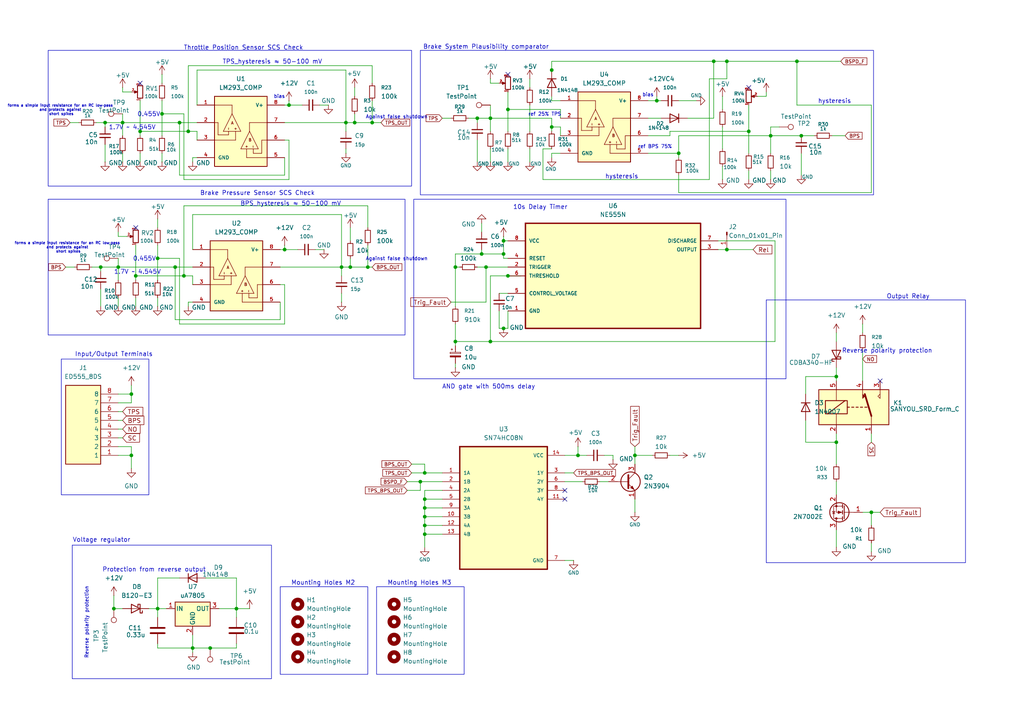
<source format=kicad_sch>
(kicad_sch (version 20250114) (generator "eeschema") (generator_version "9.0")
  (paper "A4")
  (lib_symbols
    (symbol "Connector:Conn_01x01_Pin" (pin_names (offset 1.016) (hide yes))
      (property "Reference" "J" (at 0 2.54 0))
      (property "Value" "Conn_01x01_Pin" (at 0 -2.54 0))
      (symbol "Conn_01x01_Pin_1_1"
        (pin passive line (at 5.08 0 180) (length 3.81) (name "Pin_1") (number "1"))
      )
    )
    (symbol "Connector:TestPoint" (pin_numbers (hide yes)) (pin_names (offset 0.762) (hide yes))
      (property "Reference" "TP" (at 0 6.858 0))
      (property "Value" "TestPoint" (at 0 5.08 0))
      (symbol "TestPoint_1_1"
        (pin passive line (at 0 0 90) (length 2.54) (name "1") (number "1"))
      )
    )
    (symbol "Device:C" (pin_numbers (hide yes)) (pin_names (offset 0.254))
      (property "Reference" "C" (at 0.635 2.54 0))
      (property "Value" "C" (at 0.635 -2.54 0))
      (symbol "C_1_1"
        (pin passive line (at 0 3.81 270) (length 2.794) (name "~") (number "1"))
        (pin passive line (at 0 -3.81 90) (length 2.794) (name "~") (number "2"))
      )
    )
    (symbol "Device:C_Polarized_Small" (pin_numbers (hide yes)) (pin_names (offset 0.254) (hide yes))
      (property "Reference" "C" (at 0.254 1.778 0))
      (property "Value" "C_Polarized_Small" (at 0.254 -2.032 0))
      (symbol "C_Polarized_Small_1_1"
        (pin passive line (at 0 2.54 270) (length 1.8542) (name "~") (number "1"))
        (pin passive line (at 0 -2.54 90) (length 1.8542) (name "~") (number "2"))
      )
    )
    (symbol "Device:C_Small" (pin_numbers (hide yes)) (pin_names (offset 0.254) (hide yes))
      (property "Reference" "C" (at 0.254 1.778 0))
      (property "Value" "C_Small" (at 0.254 -2.032 0))
      (symbol "C_Small_1_1"
        (pin passive line (at 0 2.54 270) (length 2.032) (name "~") (number "1"))
        (pin passive line (at 0 -2.54 90) (length 2.032) (name "~") (number "2"))
      )
    )
    (symbol "Device:R_Potentiometer_Small" (pin_names (offset 1.016) (hide yes))
      (property "Reference" "RV" (at -4.445 0 90))
      (property "Value" "R_Potentiometer_Small" (at -2.54 0 90))
      (symbol "R_Potentiometer_Small_1_1"
        (pin passive line (at 0 2.54 270) (length 0.635) (name "1") (number "1"))
        (pin passive line (at 0 -2.54 90) (length 0.635) (name "3") (number "3"))
        (pin passive line (at 2.54 0 180) (length 0.9906) (name "2") (number "2"))
      )
    )
    (symbol "Device:R_Small" (pin_numbers (hide yes)) (pin_names (offset 0.254) (hide yes))
      (property "Reference" "R" (at 0 0 90))
      (property "Value" "R_Small" (at 1.778 0 90))
      (symbol "R_Small_1_1"
        (pin passive line (at 0 2.54 270) (length 0.762) (name "~") (number "1"))
        (pin passive line (at 0 -2.54 90) (length 0.762) (name "~") (number "2"))
      )
    )
    (symbol "Diode:1N4007" (pin_numbers (hide yes)) (pin_names (hide yes))
      (property "Reference" "D" (at 0 2.54 0))
      (property "Value" "1N4007" (at 0 -2.54 0))
      (symbol "1N4007_1_1"
        (pin passive line (at -3.81 0 0) (length 2.54) (name "K") (number "1"))
        (pin passive line (at 3.81 0 180) (length 2.54) (name "A") (number "2"))
      )
    )
    (symbol "Diode:1N4148" (pin_numbers (hide yes)) (pin_names (hide yes))
      (property "Reference" "D" (at 0 2.54 0))
      (property "Value" "1N4148" (at 0 -2.54 0))
      (symbol "1N4148_1_1"
        (pin passive line (at -3.81 0 0) (length 2.54) (name "K") (number "1"))
        (pin passive line (at 3.81 0 180) (length 2.54) (name "A") (number "2"))
      )
    )
    (symbol "Diode:B120-E3" (pin_numbers (hide yes)) (pin_names (hide yes))
      (property "Reference" "D" (at 0 2.54 0))
      (property "Value" "B120-E3" (at 0 -2.54 0))
      (symbol "B120-E3_1_1"
        (pin passive line (at -3.81 0 0) (length 2.54) (name "K") (number "1"))
        (pin passive line (at 3.81 0 180) (length 2.54) (name "A") (number "2"))
      )
    )
    (symbol "Diode:CDBA340-HF" (pin_numbers (hide yes)) (pin_names (hide yes))
      (property "Reference" "D" (at 0 2.54 0))
      (property "Value" "CDBA340-HF" (at 0 -2.54 0))
      (symbol "CDBA340-HF_1_1"
        (pin passive line (at -3.81 0 0) (length 2.54) (name "K") (number "1"))
        (pin passive line (at 3.81 0 180) (length 2.54) (name "A") (number "2"))
      )
    )
    (symbol "ED555_8DS:ED555_8DS"
      (property "Reference" "J" (at 16.51 7.62 0))
      (property "Value" "ED555_8DS" (at 16.51 5.08 0))
      (symbol "ED555_8DS_1_1"
        (pin passive line (at 0 0 0) (length 5.08) (name "1") (number "1"))
        (pin passive line (at 0 -2.54 0) (length 5.08) (name "2") (number "2"))
        (pin passive line (at 0 -5.08 0) (length 5.08) (name "3") (number "3"))
        (pin passive line (at 0 -7.62 0) (length 5.08) (name "4") (number "4"))
        (pin passive line (at 0 -10.16 0) (length 5.08) (name "5") (number "5"))
        (pin passive line (at 0 -12.7 0) (length 5.08) (name "6") (number "6"))
        (pin passive line (at 0 -15.24 0) (length 5.08) (name "7") (number "7"))
        (pin passive line (at 0 -17.78 0) (length 5.08) (name "8") (number "8"))
      )
    )
    (symbol "LM358N_NOPB:LM358N_NOPB" (pin_names (offset 1.016))
      (property "Reference" "U" (at -7.62 11.43 0))
      (property "Value" "LM358N_NOPB" (at -7.62 -11.43 0))
      (symbol "LM358N_NOPB_0_0"
        (text "A" (at -2.921 1.9558 0) (effects (font (size 0.8128 0.8128)) (justify left bottom)))
        (text "B" (at 2.159 -2.9718 0) (effects (font (size 0.8128 0.8128)) (justify left bottom)))
        (pin output line (at -12.7 7.62 0) (length 5.08) (name "~") (number "1"))
        (pin input line (at -12.7 2.54 0) (length 5.08) (name "~") (number "2"))
        (pin input line (at -12.7 -2.54 0) (length 5.08) (name "~") (number "3"))
        (pin power_in line (at -12.7 -7.62 0) (length 5.08) (name "GND") (number "4"))
        (pin power_in line (at 12.7 7.62 180) (length 5.08) (name "V+") (number "8"))
        (pin output line (at 12.7 2.54 180) (length 5.08) (name "~") (number "7"))
        (pin input line (at 12.7 -2.54 180) (length 5.08) (name "~") (number "6"))
        (pin input line (at 12.7 -7.62 180) (length 5.08) (name "~") (number "5"))
      )
    )
    (symbol "Mechanical:MountingHole" (pin_names (offset 1.016)) (exclude_from_sim yes) (in_bom no)
      (property "Reference" "H" (at 0 5.08 0))
      (property "Value" "MountingHole" (at 0 3.175 0))
    )
    (symbol "NE555N:NE555N" (pin_names (offset 1.016))
      (property "Reference" "U" (at -5.3695 16.7701 0))
      (property "Value" "NE555N" (at -5.2667 -22.6696 0))
      (symbol "NE555N_0_0"
        (pin power_in line (at -30.48 7.62 0) (length 5.08) (name "VCC") (number "8"))
        (pin input line (at -30.48 2.54 0) (length 5.08) (name "RESET") (number "4"))
        (pin input line (at -30.48 0 0) (length 5.08) (name "TRIGGER") (number "2"))
        (pin input line (at -30.48 -2.54 0) (length 5.08) (name "THRESHOLD") (number "6"))
        (pin input line (at -30.48 -7.62 0) (length 5.08) (name "CONTROL_VOLTAGE") (number "5"))
        (pin passive line (at -30.48 -12.7 0) (length 5.08) (name "GND") (number "1"))
        (pin output line (at 30.48 7.62 180) (length 5.08) (name "DISCHARGE") (number "7"))
        (pin output line (at 30.48 5.08 180) (length 5.08) (name "OUTPUT") (number "3"))
      )
    )
    (symbol "Regulator_Linear:uA7805" (pin_names (offset 0.254))
      (property "Reference" "U" (at -3.81 3.175 0))
      (property "Value" "uA7805" (at 0 3.175 0))
      (symbol "uA7805_1_1"
        (pin power_in line (at -7.62 0 0) (length 2.54) (name "IN") (number "1"))
        (pin power_in line (at 0 -7.62 90) (length 2.54) (name "GND") (number "2"))
        (pin power_out line (at 7.62 0 180) (length 2.54) (name "OUT") (number "3"))
      )
    )
    (symbol "Relay:SANYOU_SRD_Form_C"
      (property "Reference" "K" (at 11.43 3.81 0))
      (property "Value" "SANYOU_SRD_Form_C" (at 11.43 1.27 0))
      (symbol "SANYOU_SRD_Form_C_1_1"
        (pin passive line (at -5.08 7.62 270) (length 2.54) (name "~") (number "5"))
        (pin passive line (at -5.08 -7.62 90) (length 2.54) (name "~") (number "2"))
        (pin passive line (at 2.54 7.62 270) (length 2.54) (name "~") (number "4"))
        (pin passive line (at 5.08 -7.62 90) (length 2.54) (name "~") (number "1"))
        (pin passive line (at 7.62 7.62 270) (length 2.54) (name "~") (number "3"))
      )
    )
    (symbol "SN74HC08N:SN74HC08N" (pin_names (offset 1.016))
      (property "Reference" "U" (at -12.7 18.78 0))
      (property "Value" "SN74HC08N" (at -12.7 -21.78 0))
      (symbol "SN74HC08N_0_0"
        (pin input line (at -17.78 10.16 0) (length 5.08) (name "1A") (number "1"))
        (pin input line (at -17.78 7.62 0) (length 5.08) (name "1B") (number "2"))
        (pin input line (at -17.78 5.08 0) (length 5.08) (name "2A") (number "4"))
        (pin input line (at -17.78 2.54 0) (length 5.08) (name "2B") (number "5"))
        (pin input line (at -17.78 0 0) (length 5.08) (name "3A") (number "9"))
        (pin input line (at -17.78 -2.54 0) (length 5.08) (name "3B") (number "10"))
        (pin input line (at -17.78 -5.08 0) (length 5.08) (name "4A") (number "12"))
        (pin input line (at -17.78 -7.62 0) (length 5.08) (name "4B") (number "13"))
        (pin power_in line (at 17.78 15.24 180) (length 5.08) (name "VCC") (number "14"))
        (pin output line (at 17.78 10.16 180) (length 5.08) (name "1Y") (number "3"))
        (pin output line (at 17.78 7.62 180) (length 5.08) (name "2Y") (number "6"))
        (pin output line (at 17.78 5.08 180) (length 5.08) (name "3Y") (number "8"))
        (pin output line (at 17.78 2.54 180) (length 5.08) (name "4Y") (number "11"))
        (pin power_in line (at 17.78 -15.24 180) (length 5.08) (name "GND") (number "7"))
      )
    )
    (symbol "Transistor_BJT:2N3904" (pin_names (offset 0) (hide yes))
      (property "Reference" "Q" (at 5.08 1.905 0))
      (property "Value" "2N3904" (at 5.08 0 0))
      (symbol "2N3904_1_1"
        (pin input line (at -5.08 0 0) (length 2.54) (name "B") (number "2"))
        (pin passive line (at 2.54 5.08 270) (length 2.54) (name "C") (number "3"))
        (pin passive line (at 2.54 -5.08 90) (length 2.54) (name "E") (number "1"))
      )
    )
    (symbol "Transistor_FET:2N7002E" (pin_names (offset 0) (hide yes))
      (property "Reference" "Q" (at 5.08 1.905 0))
      (property "Value" "2N7002E" (at 5.08 0 0))
      (symbol "2N7002E_1_1"
        (pin input line (at -5.08 0 0) (length 2.54) (name "G") (number "1"))
        (pin passive line (at 2.54 5.08 270) (length 2.54) (name "D") (number "3"))
        (pin passive line (at 2.54 -5.08 90) (length 2.54) (name "S") (number "2"))
      )
    )
    (symbol "power:+12V" (power) (pin_numbers (hide yes)) (pin_names (offset 0) (hide yes))
      (property "Value" "+12V" (at 0 3.556 0))
      (symbol "+12V_1_1"
        (pin power_in line (at 0 0 90) (length 0) (name "~") (number "1"))
      )
    )
    (symbol "power:+5V" (power) (pin_numbers (hide yes)) (pin_names (offset 0) (hide yes))
      (property "Value" "+5V" (at 0 3.556 0))
      (symbol "+5V_1_1"
        (pin power_in line (at 0 0 90) (length 0) (name "~") (number "1"))
      )
    )
    (symbol "power:GND" (power) (pin_numbers (hide yes)) (pin_names (offset 0) (hide yes))
      (property "Value" "GND" (at 0 -3.81 0))
      (symbol "GND_1_1"
        (pin power_in line (at 0 0 270) (length 0) (name "~") (number "1"))
      )
    )
  )
  (rectangle (start 109.22 170.18) (end 134.62 195.58))
  (rectangle (start 13.97 57.785) (end 117.475 97.155))
  (rectangle (start 222.25 86.995) (end 280.035 163.195))
  (rectangle (start 120.015 57.785) (end 227.965 109.855))
  (rectangle (start 13.97 14.605) (end 119.38 53.975))
  (rectangle (start 17.78 104.14) (end 43.18 143.51))
  (rectangle (start 81.28 170.18) (end 106.68 195.58))
  (text "forms a simple input resistance for an RC low‑pass \nand protects against \nshort spikes" (at 19.812 71.882 0) (effects (font (size 0.762 0.762))))
  (text "BPS_hysteresis ≈ 50-100 mV" (at 84.328 59.182 0) (effects (font (size 1.27 1.27))))
  (text "bias\n\n" (at 81.026 28.956 0) (effects (font (size 1.016 1.016))))
  (text "1.7V ~ 4.545V" (at 38.354 37.084 0) (effects (font (size 1.27 1.27))))
  (text "Brake System Plausibility comparator" (at 140.97 13.716 0) (effects (font (size 1.27 1.27))))
  (text "Voltage regulator\n" (at 29.464 156.718 0) (effects (font (size 1.27 1.27))))
  (text "AND gate with 500ms delay\n" (at 141.732 112.268 0) (effects (font (size 1.27 1.27))))
  (text "Protection from reverse output" (at 44.704 164.592 0) (effects (font (size 1.27 1.27)) (justify top)))
  (text "Output Relay" (at 263.398 86.106 0) (effects (font (size 1.27 1.27))))
  (text "Against false shutdown" (at 115.062 75.184 0) (effects (font (size 1.016 1.016))))
  (text "TPS_hysteresis ≈ 50-100 mV" (at 78.994 18.034 0) (effects (font (size 1.27 1.27))))
  (text "Reverse polarity protection" (at 25.146 180.594 90) (effects (font (size 1.016 1.016))))
  (text "hysteresis\n" (at 180.34 51.308 0) (effects (font (size 1.27 1.27))))
  (text "Throttle Position Sensor SCS Check" (at 70.612 13.97 0) (effects (font (size 1.27 1.27))))
  (text "Mounting Holes M2" (at 93.726 169.164 0) (effects (font (size 1.27 1.27))))
  (text "hysteresis\n" (at 242.062 29.464 0) (effects (font (size 1.27 1.27))))
  (text "0.455V" (at 41.91 75.184 0) (effects (font (size 1.27 1.27))))
  (text "forms a simple input resistance for an RC low‑pass \nand protects against \nshort spikes" (at 17.78 32.004 0) (effects (font (size 0.762 0.762))))
  (text "0.455V" (at 43.18 33.274 0) (effects (font (size 1.27 1.27))))
  (text "Against false shutdown" (at 115.062 34.036 0) (effects (font (size 1.016 1.016))))
  (text "10s Delay Timer" (at 156.718 60.198 0) (effects (font (size 1.27 1.27))))
  (text "Reverse polarity protection" (at 257.302 101.854 0) (effects (font (size 1.27 1.27))))
  (text "ref 25% TPS" (at 157.988 33.274 0) (effects (font (size 1.016 1.016))))
  (text "Mounting Holes M3" (at 121.666 169.164 0) (effects (font (size 1.27 1.27))))
  (text "Input/Output Terminals" (at 33.02 102.87 0) (effects (font (size 1.27 1.27))))
  (text "bias\n\n" (at 187.96 28.448 0) (effects (font (size 1.016 1.016))))
  (text "ref BPS 75%" (at 189.992 42.672 0) (effects (font (size 1.016 1.016))))
  (text "Brake Pressure Sensor SCS Check" (at 74.676 56.134 0) (effects (font (size 1.27 1.27))))
  (text "1.7V ~ 4.545V" (at 39.878 78.994 0) (effects (font (size 1.27 1.27))))
  (text_box "" (at 121.92 14.605 0) (size 131.445 41.91) (margins 0.9525 0.9525 0.9525 0.9525) (effects (font (size 1.27 1.27)) (justify left top)))
  (text_box "" (at 20.955 158.115 0) (size 57.785 38.735) (margins 0.9525 0.9525 0.9525 0.9525) (effects (font (size 1.27 1.27)) (justify left top)))
  (junction (at 210.82 17.78))
  (junction (at 46.99 33.02))
  (junction (at 107.95 35.56))
  (junction (at 242.57 109.22))
  (junction (at 33.02 176.53))
  (junction (at 29.21 77.47))
  (junction (at 139.7 73.66))
  (junction (at 34.29 77.47))
  (junction (at 52.07 35.56))
  (junction (at 30.48 35.56))
  (junction (at 147.32 80.01))
  (junction (at 160.02 36.83))
  (junction (at 147.32 31.75))
  (junction (at 123.19 149.86))
  (junction (at 196.85 44.45))
  (junction (at 160.02 20.32))
  (junction (at 38.1 114.3))
  (junction (at 231.14 17.78))
  (junction (at 101.6 77.47))
  (junction (at 223.52 39.37))
  (junction (at 138.43 34.29))
  (junction (at 123.19 147.32))
  (junction (at 232.41 39.37))
  (junction (at 45.72 176.53))
  (junction (at 106.68 77.47))
  (junction (at 184.15 132.08))
  (junction (at 146.05 73.66))
  (junction (at 140.97 77.47))
  (junction (at 190.5 29.21))
  (junction (at 123.19 144.78))
  (junction (at 121.92 139.7))
  (junction (at 146.05 95.25))
  (junction (at 68.58 176.53))
  (junction (at 99.06 77.47))
  (junction (at 102.87 35.56))
  (junction (at 38.1 132.08))
  (junction (at 132.08 77.47))
  (junction (at 50.8 77.47))
  (junction (at 146.05 69.85))
  (junction (at 123.19 137.16))
  (junction (at 132.08 99.06))
  (junction (at 60.96 187.96))
  (junction (at 39.37 80.01))
  (junction (at 217.17 38.1))
  (junction (at 35.56 35.56))
  (junction (at 54.61 38.1))
  (junction (at 252.73 148.59))
  (junction (at 167.64 132.08))
  (junction (at 100.33 35.56))
  (junction (at 207.01 17.78))
  (junction (at 210.82 72.39))
  (junction (at 142.24 99.06))
  (junction (at 83.82 30.48))
  (junction (at 82.55 72.39))
  (junction (at 142.24 34.29))
  (junction (at 40.64 38.1))
  (junction (at 53.34 80.01))
  (junction (at 123.19 154.94))
  (junction (at 45.72 74.93))
  (junction (at 55.88 187.96))
  (junction (at 242.57 128.27))
  (junction (at 123.19 152.4))
  (no_connect (at 217.17 25.4))
  (no_connect (at 147.32 21.59))
  (no_connect (at 40.64 24.13))
  (no_connect (at 163.83 142.24))
  (no_connect (at 39.37 66.04))
  (no_connect (at 255.27 110.49))
  (no_connect (at 163.83 144.78))
  (wire (pts (xy 252.73 30.48) (xy 231.14 30.48)))
  (wire (pts (xy 226.06 36.83) (xy 223.52 36.83)))
  (wire (pts (xy 210.82 22.86) (xy 210.82 17.78)))
  (wire (pts (xy 40.64 38.1) (xy 54.61 38.1)))
  (wire (pts (xy 39.37 80.01) (xy 53.34 80.01)))
  (wire (pts (xy 153.67 30.48) (xy 153.67 38.1)))
  (wire (pts (xy 45.72 63.5) (xy 45.72 66.04)))
  (wire (pts (xy 38.1 132.08) (xy 38.1 135.89)))
  (wire (pts (xy 209.55 36.83) (xy 209.55 43.18)))
  (wire (pts (xy 233.68 109.22) (xy 242.57 109.22)))
  (wire (pts (xy 29.21 78.74) (xy 29.21 77.47)))
  (wire (pts (xy 50.8 92.71) (xy 50.8 77.47)))
  (wire (pts (xy 34.29 124.46) (xy 35.56 124.46)))
  (wire (pts (xy 187.96 29.21) (xy 190.5 29.21)))
  (wire (pts (xy 194.31 39.37) (xy 194.31 38.1)))
  (wire (pts (xy 144.78 85.09) (xy 147.32 85.09)))
  (wire (pts (xy 196.85 29.21) (xy 201.93 29.21)))
  (wire (pts (xy 99.06 77.47) (xy 101.6 77.47)))
  (wire (pts (xy 252.73 152.4) (xy 252.73 148.59)))
  (wire (pts (xy 142.24 43.18) (xy 142.24 46.99)))
  (wire (pts (xy 121.92 139.7) (xy 128.27 139.7)))
  (wire (pts (xy 162.56 34.29) (xy 162.56 31.75)))
  (wire (pts (xy 123.19 158.75) (xy 123.19 154.94)))
  (wire (pts (xy 160.02 45.72) (xy 160.02 44.45)))
  (wire (pts (xy 72.39 176.53) (xy 68.58 176.53)))
  (wire (pts (xy 173.99 139.7) (xy 176.53 139.7)))
  (wire (pts (xy 100.33 20.32) (xy 100.33 35.56)))
  (wire (pts (xy 33.02 176.53) (xy 33.02 172.72)))
  (wire (pts (xy 252.73 55.88) (xy 252.73 30.48)))
  (wire (pts (xy 107.95 29.21) (xy 107.95 35.56)))
  (wire (pts (xy 27.94 35.56) (xy 30.48 35.56)))
  (wire (pts (xy 196.85 45.72) (xy 196.85 44.45)))
  (wire (pts (xy 132.08 93.98) (xy 132.08 99.06)))
  (wire (pts (xy 57.15 45.72) (xy 55.88 45.72)))
  (wire (pts (xy 101.6 77.47) (xy 106.68 77.47)))
  (wire (pts (xy 82.55 40.64) (xy 83.82 40.64)))
  (wire (pts (xy 242.57 109.22) (xy 242.57 110.49)))
  (wire (pts (xy 167.64 132.08) (xy 167.64 129.54)))
  (wire (pts (xy 242.57 143.51) (xy 242.57 139.7)))
  (wire (pts (xy 133.35 77.47) (xy 132.08 77.47)))
  (wire (pts (xy 106.68 66.04) (xy 106.68 59.69)))
  (wire (pts (xy 160.02 20.32) (xy 160.02 17.78)))
  (wire (pts (xy 45.72 176.53) (xy 48.26 176.53)))
  (wire (pts (xy 53.34 80.01) (xy 55.88 80.01)))
  (wire (pts (xy 233.68 114.3) (xy 233.68 109.22)))
  (wire (pts (xy 38.1 116.84) (xy 38.1 114.3)))
  (wire (pts (xy 144.78 95.25) (xy 146.05 95.25)))
  (wire (pts (xy 128.27 34.29) (xy 130.81 34.29)))
  (wire (pts (xy 160.02 34.29) (xy 160.02 36.83)))
  (wire (pts (xy 123.19 142.24) (xy 128.27 142.24)))
  (wire (pts (xy 82.55 35.56) (xy 100.33 35.56)))
  (wire (pts (xy 38.1 114.3) (xy 38.1 111.76)))
  (wire (pts (xy 81.28 82.55) (xy 82.55 82.55)))
  (wire (pts (xy 82.55 82.55) (xy 82.55 93.98)))
  (wire (pts (xy 102.87 25.4) (xy 102.87 27.94)))
  (wire (pts (xy 119.38 134.62) (xy 123.19 134.62)))
  (wire (pts (xy 40.64 44.45) (xy 40.64 46.99)))
  (wire (pts (xy 160.02 17.78) (xy 207.01 17.78)))
  (wire (pts (xy 128.27 144.78) (xy 123.19 144.78)))
  (wire (pts (xy 207.01 17.78) (xy 210.82 17.78)))
  (wire (pts (xy 222.25 26.67) (xy 222.25 27.94)))
  (wire (pts (xy 242.57 158.75) (xy 242.57 153.67)))
  (wire (pts (xy 102.87 33.02) (xy 102.87 35.56)))
  (wire (pts (xy 194.31 132.08) (xy 196.85 132.08)))
  (wire (pts (xy 68.58 186.69) (xy 68.58 187.96)))
  (wire (pts (xy 39.37 86.36) (xy 39.37 88.9)))
  (wire (pts (xy 81.28 92.71) (xy 50.8 92.71)))
  (wire (pts (xy 231.14 17.78) (xy 243.84 17.78)))
  (wire (pts (xy 82.55 93.98) (xy 52.07 93.98)))
  (wire (pts (xy 147.32 95.25) (xy 146.05 95.25)))
  (wire (pts (xy 45.72 176.53) (xy 45.72 179.07)))
  (wire (pts (xy 123.19 152.4) (xy 123.19 154.94)))
  (wire (pts (xy 52.07 167.64) (xy 45.72 167.64)))
  (wire (pts (xy 190.5 27.94) (xy 190.5 29.21)))
  (wire (pts (xy 147.32 74.93) (xy 146.05 74.93)))
  (wire (pts (xy 34.29 119.38) (xy 35.56 119.38)))
  (wire (pts (xy 242.57 96.52) (xy 242.57 99.06)))
  (wire (pts (xy 34.29 116.84) (xy 38.1 116.84)))
  (wire (pts (xy 233.68 121.92) (xy 233.68 128.27)))
  (wire (pts (xy 118.11 139.7) (xy 121.92 139.7)))
  (wire (pts (xy 142.24 34.29) (xy 160.02 34.29)))
  (wire (pts (xy 82.55 50.8) (xy 52.07 50.8)))
  (wire (pts (xy 34.29 77.47) (xy 34.29 81.28)))
  (wire (pts (xy 187.96 39.37) (xy 194.31 39.37)))
  (wire (pts (xy 123.19 144.78) (xy 123.19 147.32)))
  (wire (pts (xy 142.24 99.06) (xy 224.79 99.06)))
  (wire (pts (xy 39.37 71.12) (xy 39.37 80.01)))
  (wire (pts (xy 184.15 134.62) (xy 184.15 132.08)))
  (wire (pts (xy 107.95 35.56) (xy 110.49 35.56)))
  (wire (pts (xy 242.57 106.68) (xy 242.57 109.22)))
  (wire (pts (xy 99.06 80.01) (xy 99.06 77.47)))
  (wire (pts (xy 160.02 44.45) (xy 162.56 44.45)))
  (wire (pts (xy 160.02 21.59) (xy 160.02 20.32)))
  (wire (pts (xy 30.48 36.83) (xy 30.48 35.56)))
  (wire (pts (xy 187.96 44.45) (xy 196.85 44.45)))
  (wire (pts (xy 57.15 20.32) (xy 100.33 20.32)))
  (wire (pts (xy 163.83 139.7) (xy 168.91 139.7)))
  (wire (pts (xy 135.89 34.29) (xy 138.43 34.29)))
  (wire (pts (xy 50.8 77.47) (xy 55.88 77.47)))
  (wire (pts (xy 54.61 87.63) (xy 54.61 88.9)))
  (wire (pts (xy 119.38 137.16) (xy 123.19 137.16)))
  (wire (pts (xy 210.82 72.39) (xy 218.44 72.39)))
  (wire (pts (xy 34.29 114.3) (xy 38.1 114.3)))
  (wire (pts (xy 210.82 17.78) (xy 231.14 17.78)))
  (wire (pts (xy 162.56 39.37) (xy 162.56 36.83)))
  (wire (pts (xy 20.32 35.56) (xy 22.86 35.56)))
  (wire (pts (xy 46.99 44.45) (xy 46.99 46.99)))
  (wire (pts (xy 59.69 167.64) (xy 68.58 167.64)))
  (wire (pts (xy 34.29 129.54) (xy 38.1 129.54)))
  (wire (pts (xy 184.15 132.08) (xy 184.15 129.54)))
  (wire (pts (xy 140.97 77.47) (xy 140.97 87.63)))
  (wire (pts (xy 157.48 43.18) (xy 157.48 52.07)))
  (wire (pts (xy 147.32 77.47) (xy 140.97 77.47)))
  (wire (pts (xy 138.43 35.56) (xy 138.43 34.29)))
  (wire (pts (xy 101.6 74.93) (xy 101.6 77.47)))
  (wire (pts (xy 34.29 77.47) (xy 50.8 77.47)))
  (wire (pts (xy 91.44 72.39) (xy 93.98 72.39)))
  (wire (pts (xy 142.24 30.48) (xy 142.24 34.29)))
  (wire (pts (xy 53.34 59.69) (xy 53.34 80.01)))
  (wire (pts (xy 184.15 144.78) (xy 184.15 148.59)))
  (wire (pts (xy 196.85 55.88) (xy 252.73 55.88)))
  (wire (pts (xy 142.24 34.29) (xy 142.24 38.1)))
  (wire (pts (xy 107.95 19.05) (xy 54.61 19.05)))
  (wire (pts (xy 53.34 52.07) (xy 53.34 33.02)))
  (wire (pts (xy 207.01 34.29) (xy 207.01 17.78)))
  (wire (pts (xy 142.24 22.86) (xy 142.24 24.13)))
  (wire (pts (xy 123.19 147.32) (xy 123.19 149.86)))
  (wire (pts (xy 146.05 68.58) (xy 146.05 69.85)))
  (wire (pts (xy 39.37 80.01) (xy 39.37 81.28)))
  (wire (pts (xy 81.28 72.39) (xy 82.55 72.39)))
  (wire (pts (xy 38.1 129.54) (xy 38.1 132.08)))
  (wire (pts (xy 139.7 64.77) (xy 139.7 67.31)))
  (wire (pts (xy 55.88 72.39) (xy 55.88 62.23)))
  (wire (pts (xy 83.82 52.07) (xy 53.34 52.07)))
  (wire (pts (xy 45.72 187.96) (xy 55.88 187.96)))
  (wire (pts (xy 57.15 30.48) (xy 57.15 20.32)))
  (wire (pts (xy 252.73 160.02) (xy 252.73 157.48)))
  (wire (pts (xy 190.5 29.21) (xy 191.77 29.21)))
  (wire (pts (xy 30.48 35.56) (xy 35.56 35.56)))
  (wire (pts (xy 142.24 80.01) (xy 142.24 99.06)))
  (wire (pts (xy 54.61 38.1) (xy 57.15 38.1)))
  (wire (pts (xy 146.05 74.93) (xy 146.05 73.66)))
  (wire (pts (xy 146.05 69.85) (xy 147.32 69.85)))
  (wire (pts (xy 138.43 40.64) (xy 138.43 46.99)))
  (wire (pts (xy 29.21 88.9) (xy 29.21 83.82)))
  (wire (pts (xy 162.56 31.75) (xy 147.32 31.75)))
  (wire (pts (xy 46.99 29.21) (xy 46.99 33.02)))
  (wire (pts (xy 162.56 29.21) (xy 160.02 29.21)))
  (wire (pts (xy 55.88 62.23) (xy 99.06 62.23)))
  (wire (pts (xy 118.11 142.24) (xy 121.92 142.24)))
  (wire (pts (xy 147.32 43.18) (xy 147.32 46.99)))
  (wire (pts (xy 153.67 22.86) (xy 153.67 25.4)))
  (wire (pts (xy 57.15 38.1) (xy 57.15 40.64)))
  (wire (pts (xy 147.32 26.67) (xy 147.32 31.75)))
  (wire (pts (xy 19.05 77.47) (xy 21.59 77.47)))
  (wire (pts (xy 102.87 35.56) (xy 107.95 35.56)))
  (wire (pts (xy 252.73 148.59) (xy 250.19 148.59)))
  (wire (pts (xy 45.72 86.36) (xy 45.72 88.9)))
  (wire (pts (xy 55.88 187.96) (xy 55.88 189.23)))
  (wire (pts (xy 29.21 77.47) (xy 34.29 77.47)))
  (wire (pts (xy 205.74 52.07) (xy 205.74 22.86)))
  (wire (pts (xy 35.56 33.02) (xy 35.56 35.56)))
  (wire (pts (xy 54.61 19.05) (xy 54.61 38.1)))
  (wire (pts (xy 160.02 38.1) (xy 160.02 36.83)))
  (wire (pts (xy 35.56 176.53) (xy 33.02 176.53)))
  (wire (pts (xy 46.99 21.59) (xy 46.99 24.13)))
  (wire (pts (xy 35.56 35.56) (xy 52.07 35.56)))
  (wire (pts (xy 196.85 50.8) (xy 196.85 55.88)))
  (wire (pts (xy 45.72 74.93) (xy 45.72 81.28)))
  (wire (pts (xy 81.28 87.63) (xy 81.28 92.71)))
  (wire (pts (xy 250.19 93.98) (xy 250.19 96.52)))
  (wire (pts (xy 166.37 137.16) (xy 163.83 137.16)))
  (wire (pts (xy 123.19 142.24) (xy 123.19 144.78)))
  (wire (pts (xy 83.82 40.64) (xy 83.82 52.07)))
  (wire (pts (xy 132.08 100.33) (xy 132.08 99.06)))
  (wire (pts (xy 35.56 44.45) (xy 35.56 46.99)))
  (wire (pts (xy 138.43 77.47) (xy 140.97 77.47)))
  (wire (pts (xy 147.32 80.01) (xy 142.24 80.01)))
  (wire (pts (xy 43.18 176.53) (xy 45.72 176.53)))
  (wire (pts (xy 26.67 77.47) (xy 29.21 77.47)))
  (wire (pts (xy 205.74 22.86) (xy 210.82 22.86)))
  (wire (pts (xy 40.64 38.1) (xy 40.64 39.37)))
  (wire (pts (xy 147.32 90.17) (xy 147.32 95.25)))
  (wire (pts (xy 241.3 39.37) (xy 245.11 39.37)))
  (wire (pts (xy 128.27 147.32) (xy 123.19 147.32)))
  (wire (pts (xy 106.68 77.47) (xy 107.95 77.47)))
  (wire (pts (xy 45.72 186.69) (xy 45.72 187.96)))
  (wire (pts (xy 83.82 30.48) (xy 87.63 30.48)))
  (wire (pts (xy 223.52 49.53) (xy 223.52 52.07)))
  (wire (pts (xy 40.64 29.21) (xy 40.64 38.1)))
  (wire (pts (xy 68.58 176.53) (xy 63.5 176.53)))
  (wire (pts (xy 55.88 45.72) (xy 55.88 46.99)))
  (wire (pts (xy 223.52 36.83) (xy 223.52 39.37)))
  (wire (pts (xy 55.88 87.63) (xy 54.61 87.63)))
  (wire (pts (xy 35.56 26.67) (xy 38.1 26.67)))
  (wire (pts (xy 53.34 33.02) (xy 46.99 33.02)))
  (wire (pts (xy 68.58 176.53) (xy 68.58 179.07)))
  (wire (pts (xy 252.73 128.27) (xy 252.73 125.73)))
  (wire (pts (xy 83.82 29.21) (xy 83.82 30.48)))
  (wire (pts (xy 34.29 74.93) (xy 34.29 77.47)))
  (wire (pts (xy 151.13 80.01) (xy 147.32 80.01)))
  (wire (pts (xy 231.14 30.48) (xy 231.14 17.78)))
  (wire (pts (xy 209.55 48.26) (xy 209.55 52.07)))
  (wire (pts (xy 35.56 25.4) (xy 35.56 26.67)))
  (wire (pts (xy 34.29 67.31) (xy 34.29 68.58)))
  (wire (pts (xy 68.58 167.64) (xy 68.58 176.53)))
  (wire (pts (xy 34.29 86.36) (xy 34.29 88.9)))
  (wire (pts (xy 170.18 132.08) (xy 167.64 132.08)))
  (wire (pts (xy 101.6 66.04) (xy 101.6 69.85)))
  (wire (pts (xy 217.17 49.53) (xy 217.17 52.07)))
  (wire (pts (xy 45.72 167.64) (xy 45.72 176.53)))
  (wire (pts (xy 128.27 152.4) (xy 123.19 152.4)))
  (wire (pts (xy 144.78 90.17) (xy 144.78 95.25)))
  (wire (pts (xy 34.29 68.58) (xy 36.83 68.58)))
  (wire (pts (xy 232.41 44.45) (xy 232.41 50.8)))
  (wire (pts (xy 250.19 101.6) (xy 250.19 110.49)))
  (wire (pts (xy 128.27 149.86) (xy 123.19 149.86)))
  (wire (pts (xy 123.19 134.62) (xy 123.19 137.16)))
  (wire (pts (xy 217.17 30.48) (xy 217.17 38.1)))
  (wire (pts (xy 55.88 80.01) (xy 55.88 82.55)))
  (wire (pts (xy 138.43 34.29) (xy 142.24 34.29)))
  (wire (pts (xy 34.29 121.92) (xy 35.56 121.92)))
  (wire (pts (xy 100.33 35.56) (xy 102.87 35.56)))
  (wire (pts (xy 217.17 38.1) (xy 217.17 44.45)))
  (wire (pts (xy 177.8 132.08) (xy 177.8 133.35)))
  (wire (pts (xy 163.83 132.08) (xy 167.64 132.08)))
  (wire (pts (xy 142.24 24.13) (xy 144.78 24.13)))
  (wire (pts (xy 255.27 148.59) (xy 252.73 148.59)))
  (wire (pts (xy 81.28 77.47) (xy 99.06 77.47)))
  (wire (pts (xy 233.68 128.27) (xy 242.57 128.27)))
  (wire (pts (xy 132.08 77.47) (xy 132.08 88.9)))
  (wire (pts (xy 162.56 36.83) (xy 160.02 36.83)))
  (wire (pts (xy 208.28 72.39) (xy 210.82 72.39)))
  (wire (pts (xy 45.72 71.12) (xy 45.72 74.93)))
  (wire (pts (xy 52.07 35.56) (xy 57.15 35.56)))
  (wire (pts (xy 147.32 31.75) (xy 147.32 38.1)))
  (wire (pts (xy 52.07 50.8) (xy 52.07 35.56)))
  (wire (pts (xy 157.48 52.07) (xy 205.74 52.07)))
  (wire (pts (xy 199.39 34.29) (xy 207.01 34.29)))
  (wire (pts (xy 123.19 137.16) (xy 128.27 137.16)))
  (wire (pts (xy 196.85 39.37) (xy 196.85 44.45)))
  (wire (pts (xy 34.29 127) (xy 35.56 127)))
  (wire (pts (xy 208.28 69.85) (xy 224.79 69.85)))
  (wire (pts (xy 189.23 132.08) (xy 184.15 132.08)))
  (wire (pts (xy 123.19 154.94) (xy 128.27 154.94)))
  (wire (pts (xy 132.08 73.66) (xy 132.08 77.47)))
  (wire (pts (xy 106.68 59.69) (xy 53.34 59.69)))
  (wire (pts (xy 132.08 99.06) (xy 142.24 99.06)))
  (wire (pts (xy 242.57 125.73) (xy 242.57 128.27)))
  (wire (pts (xy 60.96 187.96) (xy 55.88 187.96)))
  (wire (pts (xy 60.96 187.96) (xy 68.58 187.96)))
  (wire (pts (xy 223.52 39.37) (xy 232.41 39.37)))
  (wire (pts (xy 46.99 33.02) (xy 46.99 39.37)))
  (wire (pts (xy 139.7 72.39) (xy 139.7 73.66)))
  (wire (pts (xy 82.55 45.72) (xy 82.55 50.8)))
  (wire (pts (xy 52.07 93.98) (xy 52.07 74.93)))
  (wire (pts (xy 222.25 27.94) (xy 219.71 27.94)))
  (wire (pts (xy 92.71 30.48) (xy 95.25 30.48)))
  (wire (pts (xy 82.55 71.12) (xy 82.55 72.39)))
  (wire (pts (xy 223.52 39.37) (xy 223.52 44.45)))
  (wire (pts (xy 175.26 132.08) (xy 177.8 132.08)))
  (wire (pts (xy 163.83 162.56) (xy 166.37 162.56)))
  (wire (pts (xy 223.52 39.37) (xy 196.85 39.37)))
  (wire (pts (xy 52.07 74.93) (xy 45.72 74.93)))
  (wire (pts (xy 121.92 142.24) (xy 121.92 139.7)))
  (wire (pts (xy 139.7 73.66) (xy 146.05 73.66)))
  (wire (pts (xy 232.41 39.37) (xy 236.22 39.37)))
  (wire (pts (xy 106.68 71.12) (xy 106.68 77.47)))
  (wire (pts (xy 35.56 35.56) (xy 35.56 39.37)))
  (wire (pts (xy 123.19 149.86) (xy 123.19 152.4)))
  (wire (pts (xy 194.31 38.1) (xy 217.17 38.1)))
  (wire (pts (xy 99.06 62.23) (xy 99.06 77.47)))
  (wire (pts (xy 100.33 43.18) (xy 100.33 44.45)))
  (wire (pts (xy 242.57 134.62) (xy 242.57 128.27)))
  (wire (pts (xy 160.02 43.18) (xy 157.48 43.18)))
  (wire (pts (xy 132.08 73.66) (xy 139.7 73.66)))
  (wire (pts (xy 30.48 46.99) (xy 30.48 41.91)))
  (wire (pts (xy 224.79 69.85) (xy 224.79 99.06)))
  (wire (pts (xy 187.96 34.29) (xy 191.77 34.29)))
  (wire (pts (xy 99.06 85.09) (xy 99.06 87.63)))
  (wire (pts (xy 100.33 35.56) (xy 100.33 38.1)))
  (wire (pts (xy 82.55 72.39) (xy 86.36 72.39)))
  (wire (pts (xy 132.08 106.68) (xy 132.08 105.41)))
  (wire (pts (xy 34.29 132.08) (xy 38.1 132.08)))
  (wire (pts (xy 55.88 184.15) (xy 55.88 187.96)))
  (wire (pts (xy 146.05 73.66) (xy 146.05 69.85)))
  (wire (pts (xy 130.81 87.63) (xy 140.97 87.63)))
  (wire (pts (xy 160.02 29.21) (xy 160.02 27.94)))
  (wire (pts (xy 107.95 24.13) (xy 107.95 19.05)))
  (wire (pts (xy 82.55 30.48) (xy 83.82 30.48)))
  (wire (pts (xy 153.67 43.18) (xy 153.67 46.99)))
  (wire (pts (xy 209.55 27.94) (xy 209.55 31.75)))
  (global_label "NO" (shape input) (at 250.19 104.14 0) (effects (font (size 1.016 1.016))) (property "Intersheetrefs" "${INTERSHEET_REFS}" (effects (hide yes))))
  (global_label "SC" (shape input) (at 35.56 127 0) (property "Intersheetrefs" "${INTERSHEET_REFS}" (effects (hide yes))))
  (global_label "BPS" (shape input) (at 245.11 39.37 0) (effects (font (size 1.016 1.016))) (property "Intersheetrefs" "${INTERSHEET_REFS}" (effects (hide yes))))
  (global_label "Rel" (shape input) (at 218.44 72.39 0) (property "Intersheetrefs" "${INTERSHEET_REFS}" (effects (hide yes))))
  (global_label "Trig_Fault" (shape input) (at 184.15 129.54 90) (property "Intersheetrefs" "${INTERSHEET_REFS}" (effects (hide yes))))
  (global_label "Trig_Fault" (shape input) (at 255.27 148.59 0) (property "Intersheetrefs" "${INTERSHEET_REFS}" (effects (hide yes))))
  (global_label "TPS_BPS_OUT" (shape input) (at 118.11 142.24 180) (effects (font (size 1.016 1.016))) (property "Intersheetrefs" "${INTERSHEET_REFS}" (effects (hide yes))))
  (global_label "TPS" (shape input) (at 35.56 119.38 0) (property "Intersheetrefs" "${INTERSHEET_REFS}" (effects (hide yes))))
  (global_label "NO" (shape input) (at 35.56 124.46 0) (property "Intersheetrefs" "${INTERSHEET_REFS}" (effects (hide yes))))
  (global_label "TPS_BPS_OUT" (shape input) (at 166.37 137.16 0) (effects (font (size 1.016 1.016))) (property "Intersheetrefs" "${INTERSHEET_REFS}" (effects (hide yes))))
  (global_label "BSPD_F" (shape input) (at 243.84 17.78 0) (effects (font (size 1.016 1.016))) (property "Intersheetrefs" "${INTERSHEET_REFS}" (effects (hide yes))))
  (global_label "BSPD_F" (shape input) (at 118.11 139.7 180) (effects (font (size 1.016 1.016))) (property "Intersheetrefs" "${INTERSHEET_REFS}" (effects (hide yes))))
  (global_label "BPS" (shape input) (at 19.05 77.47 180) (effects (font (size 1.016 1.016))) (property "Intersheetrefs" "${INTERSHEET_REFS}" (effects (hide yes))))
  (global_label "TPS_OUT" (shape input) (at 119.38 137.16 180) (effects (font (size 1.016 1.016))) (property "Intersheetrefs" "${INTERSHEET_REFS}" (effects (hide yes))))
  (global_label "Trig_Fault" (shape input) (at 130.81 87.63 180) (property "Intersheetrefs" "${INTERSHEET_REFS}" (effects (hide yes))))
  (global_label "BPS_OUT" (shape input) (at 107.95 77.47 0) (effects (font (size 1.016 1.016))) (property "Intersheetrefs" "${INTERSHEET_REFS}" (effects (hide yes))))
  (global_label "BPS" (shape input) (at 35.56 121.92 0) (property "Intersheetrefs" "${INTERSHEET_REFS}" (effects (hide yes))))
  (global_label "TPS_OUT" (shape input) (at 110.49 35.56 0) (effects (font (size 1.016 1.016))) (property "Intersheetrefs" "${INTERSHEET_REFS}" (effects (hide yes))))
  (global_label "SC" (shape input) (at 252.73 128.27 270) (effects (font (size 1.016 1.016))) (property "Intersheetrefs" "${INTERSHEET_REFS}" (effects (hide yes))))
  (global_label "TPS" (shape input) (at 20.32 35.56 180) (effects (font (size 1.016 1.016))) (property "Intersheetrefs" "${INTERSHEET_REFS}" (effects (hide yes))))
  (global_label "BPS_OUT" (shape input) (at 119.38 134.62 180) (effects (font (size 1.016 1.016))) (property "Intersheetrefs" "${INTERSHEET_REFS}" (effects (hide yes))))
  (global_label "TPS" (shape input) (at 128.27 34.29 180) (effects (font (size 1.016 1.016))) (property "Intersheetrefs" "${INTERSHEET_REFS}" (effects (hide yes))))
  (symbol (lib_id "Mechanical:MountingHole") (at 114.3 185.42 0) (unit 1) (exclude_from_sim yes) (in_bom no)
    (property "Reference" "H7" (at 116.84 184.1499 0) (effects (justify left)))
    (property "Value" "MountingHole" (at 116.84 186.6899 0) (effects (justify left)))
    (property "Footprint" "MountingHole:MountingHole_3.2mm_M3" (effects (hide yes)))
    (property "Description" "Mounting Hole without connection" (effects (hide yes)))
  )
  (symbol (lib_id "power:GND") (at 232.41 50.8 0) (unit 1)
    (property "Reference" "#PWR051" (effects (hide yes)))
    (property "Value" "GND" (at 234.188 51.308 0) (effects (font (size 1.016 1.016))))
    (property "Description" "Power symbol creates a global label with name \"GND\" , ground" (effects (hide yes)))
  )
  (symbol (lib_id "Diode:1N4148") (at 160.02 24.13 270) (unit 1)
    (property "Reference" "D1" (at 162.56 22.8599 90) (effects (font (size 1.016 1.016)) (justify left)))
    (property "Value" "1N4148" (at 161.544 26.162 90) (effects (font (size 1.016 1.016)) (justify left)))
    (property "Footprint" "Diode_THT:D_DO-35_SOD27_P7.62mm_Horizontal" (effects (hide yes)))
    (property "Datasheet" "https://assets.nexperia.com/documents/data-sheet/1N4148_1N4448.pdf" (effects (hide yes)))
    (property "Description" "100V 0.15A standard switching diode, DO-35" (effects (hide yes)))
    (property "Sim.Device" "D" (effects (hide yes)))
    (property "Sim.Pins" "1=K 2=A" (effects (hide yes)))
  )
  (symbol (lib_id "Device:R_Small") (at 191.77 132.08 90) (unit 1)
    (property "Reference" "R27" (at 191.77 127 90) (effects (font (size 1.016 1.016))))
    (property "Value" "10k" (at 191.77 129.54 90))
    (property "Description" "Resistor, small symbol" (effects (hide yes)))
  )
  (symbol (lib_id "Device:R_Small") (at 250.19 99.06 0) (unit 1)
    (property "Reference" "R28" (at 252.73 97.7899 0) (effects (font (size 1.016 1.016)) (justify left)))
    (property "Value" "10k" (at 252.73 100.3299 0) (effects (justify left)))
    (property "Description" "Resistor, small symbol" (effects (hide yes)))
  )
  (symbol (lib_id "Device:R_Small") (at 35.56 41.91 0) (unit 1)
    (property "Reference" "R17" (at 31.496 42.418 0) (effects (font (size 1.016 1.016)) (justify left)))
    (property "Value" "100k" (at 31.75 44.196 0) (effects (font (size 1.016 1.016)) (justify left)))
    (property "Description" "Resistor, small symbol" (effects (hide yes)))
  )
  (symbol (lib_id "power:+5V") (at 102.87 25.4 0) (unit 1)
    (property "Reference" "#PWR06" (effects (hide yes)))
    (property "Value" "+5V" (at 102.616 21.336 0))
    (property "Description" "Power symbol creates a global label with name \"+5V\"" (effects (hide yes)))
  )
  (symbol (lib_id "Device:C_Small") (at 99.06 82.55 0) (unit 1)
    (property "Reference" "C13" (at 101.6 81.2862 0) (effects (justify left)))
    (property "Value" "15p" (at 101.6 83.8262 0) (effects (font (size 1.016 1.016)) (justify left)))
    (property "Description" "Unpolarized capacitor, small symbol" (effects (hide yes)))
  )
  (symbol (lib_id "Device:C") (at 45.72 182.88 0) (unit 1)
    (property "Reference" "C11" (at 39.116 182.118 0))
    (property "Value" "0.33u" (at 39.37 184.15 0))
    (property "Footprint" "Crystal:Resonator-2Pin_W7.0mm_H2.5mm" (effects (hide yes)))
    (property "Description" "Unpolarized capacitor" (effects (hide yes)))
  )
  (symbol (lib_id "power:GND") (at 252.73 160.02 0) (unit 1)
    (property "Reference" "#PWR010" (effects (hide yes)))
    (property "Value" "GND" (at 256.54 159.766 0))
    (property "Description" "Power symbol creates a global label with name \"GND\" , ground" (effects (hide yes)))
  )
  (symbol (lib_id "SN74HC08N:SN74HC08N") (at 146.05 147.32 0) (unit 1)
    (property "Reference" "U3" (at 146.05 124.46 0))
    (property "Value" "SN74HC08N" (at 146.05 127 0))
    (property "Footprint" "SN74HC08N:DIP794W45P254L1969H508Q14" (effects (hide yes)))
    (property "MF" "Texas Instruments" (effects (hide yes)))
    (property "Description_1" "4-ch, 2-input, 2-V to 6-V 5.2 mA drive strength AND gate" (effects (hide yes)))
    (property "Package" "PDIP-14 Texas Instruments" (effects (hide yes)))
    (property "Price" "None" (effects (hide yes)))
    (property "SnapEDA_Link" "https://www.snapeda.com/parts/SN74HC08N/Texas+Instruments/view-part/?ref=snap" (effects (hide yes)))
    (property "MP" "SN74HC08N" (effects (hide yes)))
    (property "Availability" "In Stock" (effects (hide yes)))
    (property "Check_prices" "https://www.snapeda.com/parts/SN74HC08N/Texas+Instruments/view-part/?ref=eda" (effects (hide yes)))
  )
  (symbol (lib_id "Diode:1N4148") (at 55.88 167.64 0) (unit 1)
    (property "Reference" "D9" (at 61.976 164.592 0) (effects (justify left)))
    (property "Value" "1N4148" (at 58.674 166.624 0) (effects (justify left)))
    (property "Footprint" "Diode_THT:D_DO-35_SOD27_P7.62mm_Horizontal" (effects (hide yes)))
    (property "Datasheet" "https://assets.nexperia.com/documents/data-sheet/1N4148_1N4448.pdf" (effects (hide yes)))
    (property "Description" "100V 0.15A standard switching diode, DO-35" (effects (hide yes)))
    (property "Sim.Device" "D" (effects (hide yes)))
    (property "Sim.Pins" "1=K 2=A" (effects (hide yes)))
  )
  (symbol (lib_id "power:GND") (at 201.93 29.21 90) (unit 1)
    (property "Reference" "#PWR026" (effects (hide yes)))
    (property "Value" "GND" (at 201.93 27.686 90) (effects (font (size 1.016 1.016))))
    (property "Description" "Power symbol creates a global label with name \"GND\" , ground" (effects (hide yes)))
  )
  (symbol (lib_id "power:+12V") (at 83.82 29.21 0) (unit 1)
    (property "Reference" "#PWR0101" (effects (hide yes)))
    (property "Value" "+12V" (at 83.82 24.13 0))
    (property "Description" "Power symbol creates a global label with name \"+12V\"" (effects (hide yes)))
  )
  (symbol (lib_id "Device:R_Small") (at 196.85 48.26 0) (unit 1)
    (property "Reference" "R32" (at 198.628 48.006 0) (effects (font (size 1.016 1.016)) (justify left)))
    (property "Value" "100k" (at 198.882 49.53 0) (effects (font (size 1.016 1.016)) (justify left)))
    (property "Description" "Resistor, small symbol" (effects (hide yes)))
  )
  (symbol (lib_id "Device:C_Small") (at 90.17 30.48 90) (unit 1)
    (property "Reference" "C1" (at 90.1763 24.13 90))
    (property "Value" "100n" (at 90.1763 26.67 90) (effects (font (size 1.016 1.016))))
    (property "Description" "Unpolarized capacitor, small symbol" (effects (hide yes)))
  )
  (symbol (lib_id "power:+5V") (at 72.39 176.53 0) (unit 1)
    (property "Reference" "#PWR048" (effects (hide yes)))
    (property "Value" "+5V" (at 72.39 171.45 0))
    (property "Description" "Power symbol creates a global label with name \"+5V\"" (effects (hide yes)))
  )
  (symbol (lib_id "Device:R_Small") (at 153.67 40.64 0) (unit 1)
    (property "Reference" "R13" (at 155.448 40.386 0) (effects (font (size 1.016 1.016)) (justify left)))
    (property "Value" "10k" (at 155.194 41.91 0) (effects (font (size 1.016 1.016)) (justify left)))
    (property "Description" "Resistor, small symbol" (effects (hide yes)))
  )
  (symbol (lib_id "power:GND") (at 40.64 46.99 0) (unit 1)
    (property "Reference" "#PWR07" (effects (hide yes)))
    (property "Value" "GND" (at 43.688 47.244 0))
    (property "Description" "Power symbol creates a global label with name \"GND\" , ground" (effects (hide yes)))
  )
  (symbol (lib_id "power:GND") (at 99.06 87.63 0) (unit 1)
    (property "Reference" "#PWR059" (effects (hide yes)))
    (property "Value" "GND" (at 99.06 91.948 0))
    (property "Description" "Power symbol creates a global label with name \"GND\" , ground" (effects (hide yes)))
  )
  (symbol (lib_id "Device:C_Small") (at 139.7 69.85 0) (unit 1)
    (property "Reference" "C6" (at 142.24 68.5862 0) (effects (justify left)))
    (property "Value" "100n" (at 142.24 71.1262 0) (effects (font (size 1.016 1.016)) (justify left)))
    (property "Description" "Unpolarized capacitor, small symbol" (effects (hide yes)))
  )
  (symbol (lib_id "Device:R_Small") (at 171.45 139.7 90) (unit 1)
    (property "Reference" "R26" (at 171.958 141.224 90) (effects (font (size 1.016 1.016))))
    (property "Value" "10k" (at 171.958 142.24 90) (effects (font (size 1.016 1.016))))
    (property "Description" "Resistor, small symbol" (effects (hide yes)))
  )
  (symbol (lib_id "Device:C") (at 68.58 182.88 0) (unit 1)
    (property "Reference" "C10" (at 72.644 181.356 0))
    (property "Value" "0.1u" (at 72.898 183.134 0))
    (property "Footprint" "Crystal:Resonator-2Pin_W7.0mm_H2.5mm" (effects (hide yes)))
    (property "Description" "Unpolarized capacitor" (effects (hide yes)))
  )
  (symbol (lib_id "power:GND") (at 146.05 95.25 0) (unit 1)
    (property "Reference" "#PWR035" (effects (hide yes)))
    (property "Value" "GND" (at 149.86 94.996 0))
    (property "Description" "Power symbol creates a global label with name \"GND\" , ground" (effects (hide yes)))
  )
  (symbol (lib_id "power:GND") (at 177.8 133.35 0) (unit 1)
    (property "Reference" "#PWR022" (effects (hide yes)))
    (property "Value" "GND" (at 181.61 133.096 0))
    (property "Description" "Power symbol creates a global label with name \"GND\" , ground" (effects (hide yes)))
  )
  (symbol (lib_id "power:+5V") (at 196.85 132.08 270) (unit 1)
    (property "Reference" "#PWR024" (effects (hide yes)))
    (property "Value" "+5V" (at 200.66 132.0799 90) (effects (justify left)))
    (property "Description" "Power symbol creates a global label with name \"+5V\"" (effects (hide yes)))
  )
  (symbol (lib_id "Mechanical:MountingHole") (at 86.36 180.34 0) (unit 1) (exclude_from_sim yes) (in_bom no)
    (property "Reference" "H2" (at 88.9 179.0699 0) (effects (justify left)))
    (property "Value" "MountingHole" (at 88.9 181.6099 0) (effects (justify left)))
    (property "Footprint" "MountingHole:MountingHole_2.2mm_M2" (effects (hide yes)))
    (property "Description" "Mounting Hole without connection" (effects (hide yes)))
  )
  (symbol (lib_id "power:GND") (at 29.21 88.9 0) (unit 1)
    (property "Reference" "#PWR011" (effects (hide yes)))
    (property "Value" "GND" (at 32.258 89.154 0))
    (property "Description" "Power symbol creates a global label with name \"GND\" , ground" (effects (hide yes)))
  )
  (symbol (lib_id "Device:C_Polarized_Small") (at 132.08 102.87 0) (unit 1)
    (property "Reference" "C8" (at 134.62 101.0538 0) (effects (justify left)))
    (property "Value" "10u" (at 134.62 103.5938 0) (effects (justify left)))
    (property "Description" "Polarized capacitor, small symbol" (effects (hide yes)))
  )
  (symbol (lib_id "Device:R_Small") (at 223.52 46.99 0) (unit 1)
    (property "Reference" "R16" (at 226.06 45.7199 0) (effects (font (size 1.016 1.016)) (justify left)))
    (property "Value" "10k" (at 226.06 48.2599 0) (effects (justify left)))
    (property "Description" "Resistor, small symbol" (effects (hide yes)))
  )
  (symbol (lib_id "Mechanical:MountingHole") (at 114.3 190.5 0) (unit 1) (exclude_from_sim yes) (in_bom no)
    (property "Reference" "H8" (at 116.84 189.2299 0) (effects (justify left)))
    (property "Value" "MountingHole" (at 116.84 191.7699 0) (effects (justify left)))
    (property "Footprint" "MountingHole:MountingHole_3.2mm_M3" (effects (hide yes)))
    (property "Description" "Mounting Hole without connection" (effects (hide yes)))
  )
  (symbol (lib_id "Connector:TestPoint") (at 60.96 187.96 180) (unit 1)
    (property "Reference" "TP6" (at 68.58 190.246 0))
    (property "Value" "TestPoint" (at 68.072 192.024 0))
    (property "Footprint" "TestPoint:TestPoint_Pad_4.0x4.0mm" (effects (hide yes)))
    (property "Description" "test point" (effects (hide yes)))
  )
  (symbol (lib_id "Device:C_Small") (at 232.41 41.91 0) (unit 1)
    (property "Reference" "C15" (at 234.442 42.418 0) (effects (justify left)))
    (property "Value" "10n" (at 234.696 44.196 0) (effects (justify left)))
    (property "Description" "Unpolarized capacitor, small symbol" (effects (hide yes)))
  )
  (symbol (lib_id "power:+12V") (at 242.57 96.52 0) (unit 1)
    (property "Reference" "#PWR038" (effects (hide yes)))
    (property "Value" "+12V" (at 242.57 91.44 0))
    (property "Description" "Power symbol creates a global label with name \"+12V\"" (effects (hide yes)))
  )
  (symbol (lib_id "power:+5V") (at 34.29 67.31 0) (unit 1)
    (property "Reference" "#PWR012" (effects (hide yes)))
    (property "Value" "+5V" (at 34.29 63.754 0))
    (property "Description" "Power symbol creates a global label with name \"+5V\"" (effects (hide yes)))
  )
  (symbol (lib_id "power:+5V") (at 101.6 66.04 0) (unit 1)
    (property "Reference" "#PWR018" (effects (hide yes)))
    (property "Value" "+5V" (at 101.6 62.484 0))
    (property "Description" "Power symbol creates a global label with name \"+5V\"" (effects (hide yes)))
  )
  (symbol (lib_id "Connector:TestPoint") (at 142.24 30.48 90) (unit 1)
    (property "Reference" "TP1" (at 134.366 25.4 90))
    (property "Value" "TestPoint" (at 133.858 27.94 90))
    (property "Footprint" "TestPoint:TestPoint_Pad_4.0x4.0mm" (effects (hide yes)))
    (property "Description" "test point" (effects (hide yes)))
  )
  (symbol (lib_id "Regulator_Linear:uA7805") (at 55.88 176.53 0) (unit 1)
    (property "Reference" "U7" (at 55.88 170.18 0))
    (property "Value" "uA7805" (at 55.88 172.72 0))
    (property "Footprint" "Package_TO_SOT_THT:TO-220-3_Horizontal_TabDown" (effects (hide yes)))
    (property "Datasheet" "http://www.ti.com/lit/ds/symlink/ua78.pdf" (effects (hide yes)))
    (property "Description" "Positive 1A 35V Linear Regulator, Fixed Output 5V, TO-220/TO-263" (effects (hide yes)))
  )
  (symbol (lib_id "power:GND") (at 45.72 88.9 0) (unit 1)
    (property "Reference" "#PWR049" (effects (hide yes)))
    (property "Value" "GND" (at 48.26 89.154 0))
    (property "Description" "Power symbol creates a global label with name \"GND\" , ground" (effects (hide yes)))
  )
  (symbol (lib_id "power:GND") (at 138.43 46.99 0) (unit 1)
    (property "Reference" "#PWR050" (effects (hide yes)))
    (property "Value" "GND" (at 140.208 47.498 0) (effects (font (size 1.016 1.016))))
    (property "Description" "Power symbol creates a global label with name \"GND\" , ground" (effects (hide yes)))
  )
  (symbol (lib_id "Device:R_Small") (at 132.08 91.44 0) (unit 1)
    (property "Reference" "R21" (at 134.62 90.1699 0) (effects (font (size 1.016 1.016)) (justify left)))
    (property "Value" "910k" (at 134.62 92.7099 0) (effects (justify left)))
    (property "Description" "Resistor, small symbol" (effects (hide yes)))
  )
  (symbol (lib_id "Device:C_Small") (at 144.78 87.63 180) (unit 1)
    (property "Reference" "C7" (at 146.558 86.614 0) (effects (justify right)))
    (property "Value" "10n" (at 145.542 89.154 0) (effects (font (size 1.016 1.016)) (justify right)))
    (property "Description" "Unpolarized capacitor, small symbol" (effects (hide yes)))
  )
  (symbol (lib_id "Device:R_Small") (at 133.35 34.29 270) (unit 1)
    (property "Reference" "R29" (at 133.35 30.988 90) (effects (font (size 1.016 1.016))))
    (property "Value" "1k" (at 133.35 32.258 90) (effects (font (size 1.016 1.016))))
    (property "Description" "Resistor, small symbol" (effects (hide yes)))
  )
  (symbol (lib_id "Mechanical:MountingHole") (at 86.36 190.5 0) (unit 1) (exclude_from_sim yes) (in_bom no)
    (property "Reference" "H4" (at 88.9 189.2299 0) (effects (justify left)))
    (property "Value" "MountingHole" (at 88.9 191.7699 0) (effects (justify left)))
    (property "Footprint" "MountingHole:MountingHole_2.2mm_M2" (effects (hide yes)))
    (property "Description" "Mounting Hole without connection" (effects (hide yes)))
  )
  (symbol (lib_id "Mechanical:MountingHole") (at 114.3 180.34 0) (unit 1) (exclude_from_sim yes) (in_bom no)
    (property "Reference" "H6" (at 116.84 179.0699 0) (effects (justify left)))
    (property "Value" "MountingHole" (at 116.84 181.6099 0) (effects (justify left)))
    (property "Footprint" "MountingHole:MountingHole_3.2mm_M3" (effects (hide yes)))
    (property "Description" "Mounting Hole without connection" (effects (hide yes)))
  )
  (symbol (lib_id "LM358N_NOPB:LM358N_NOPB") (at 69.85 38.1 0) (unit 1)
    (property "Reference" "U1" (at 69.85 22.86 0))
    (property "Value" "LM293_COMP" (at 69.85 25.4 0))
    (property "Footprint" "Package_DIP:CERDIP-8_W7.62mm_SideBrazed_LongPads_Socket" (effects (hide yes)))
    (property "MF" "Texas Instruments" (effects (hide yes)))
    (property "MOUSER-PURCHASE-URL" "https://snapeda.com/shop?store=Mouser&id=106817" (effects (hide yes)))
    (property "DESCRIPTION" "2-Channel, 1MHz, industry standard, 32V op amp 8-PDIP 0 to 70" (effects (hide yes)))
    (property "PACKAGE" "PDIP-8 Texas" (effects (hide yes)))
    (property "PRICE" "None" (effects (hide yes)))
    (property "Package" "PDIP-8 Texas" (effects (hide yes)))
    (property "Check_prices" "https://www.snapeda.com/parts/LM358N/NOPB/Texas+Instruments/view-part/?ref=eda" (effects (hide yes)))
    (property "SnapEDA_Link" "https://www.snapeda.com/parts/LM358N/NOPB/Texas+Instruments/view-part/?ref=snap" (effects (hide yes)))
    (property "TEXAS_INSTRUMENTS-PURCHASE-URL" "https://snapeda.com/shop?store=Texas+Instruments&id=106817" (effects (hide yes)))
    (property "Price" "None" (effects (hide yes)))
    (property "ARROW_ASIA-PURCHASE-URL" "https://snapeda.com/shop?store=Arrow+Asia&id=106817" (effects (hide yes)))
    (property "MP" "LM358N/NOPB" (effects (hide yes)))
    (property "DIGIKEY-PURCHASE-URL" "https://snapeda.com/shop?store=DigiKey&id=106817" (effects (hide yes)))
    (property "Availability" "In Stock" (effects (hide yes)))
    (property "AVAILABILITY" "Good" (effects (hide yes)))
    (property "Description_1" "Dual, 32-V, 1-MHz op amp" (effects (hide yes)))
  )
  (symbol (lib_id "power:GND") (at 35.56 46.99 0) (unit 1)
    (property "Reference" "#PWR070" (effects (hide yes)))
    (property "Value" "GND" (at 38.608 47.244 0))
    (property "Description" "Power symbol creates a global label with name \"GND\" , ground" (effects (hide yes)))
  )
  (symbol (lib_id "Device:C_Small") (at 138.43 38.1 0) (unit 1)
    (property "Reference" "C14" (at 132.588 38.354 0) (effects (justify left)))
    (property "Value" "10n" (at 132.588 39.878 0) (effects (justify left)))
    (property "Description" "Unpolarized capacitor, small symbol" (effects (hide yes)))
  )
  (symbol (lib_id "Device:R_Small") (at 217.17 46.99 0) (unit 1)
    (property "Reference" "R15" (at 218.44 45.466 0) (effects (font (size 1.016 1.016)) (justify left)))
    (property "Value" "51k" (at 218.186 46.99 0) (effects (font (size 1.016 1.016)) (justify left)))
    (property "Description" "Resistor, small symbol" (effects (hide yes)))
  )
  (symbol (lib_id "power:GND") (at 46.99 46.99 0) (unit 1)
    (property "Reference" "#PWR09" (effects (hide yes)))
    (property "Value" "GND" (at 49.53 47.244 0))
    (property "Description" "Power symbol creates a global label with name \"GND\" , ground" (effects (hide yes)))
  )
  (symbol (lib_id "Device:R_Small") (at 106.68 68.58 0) (unit 1)
    (property "Reference" "R25" (at 109.22 67.3099 0) (effects (font (size 1.016 1.016)) (justify left)))
    (property "Value" "100k" (at 109.22 69.8499 0) (effects (justify left)))
    (property "Description" "Resistor, small symbol" (effects (hide yes)))
  )
  (symbol (lib_id "Device:R_Small") (at 45.72 83.82 0) (unit 1)
    (property "Reference" "R22" (at 47.244 83.82 0) (effects (font (size 1.016 1.016)) (justify left)))
    (property "Value" "10k" (at 46.99 85.344 0) (effects (font (size 1.016 1.016)) (justify left)))
    (property "Description" "Resistor, small symbol" (effects (hide yes)))
  )
  (symbol (lib_id "power:+5V") (at 142.24 22.86 0) (unit 1)
    (property "Reference" "#PWR030" (effects (hide yes)))
    (property "Value" "+5V" (at 142.24 19.304 0))
    (property "Description" "Power symbol creates a global label with name \"+5V\"" (effects (hide yes)))
  )
  (symbol (lib_id "Device:C_Small") (at 30.48 39.37 0) (unit 1)
    (property "Reference" "C5" (at 25.654 39.116 0) (effects (justify left)))
    (property "Value" "10n" (at 24.638 41.148 0) (effects (justify left)))
    (property "Description" "Unpolarized capacitor, small symbol" (effects (hide yes)))
  )
  (symbol (lib_id "Device:R_Small") (at 142.24 40.64 0) (unit 1)
    (property "Reference" "R7" (at 143.51 41.402 0) (effects (font (size 1.016 1.016)) (justify left)))
    (property "Value" "100k" (at 142.494 43.434 0) (effects (font (size 1.016 1.016)) (justify left)))
    (property "Description" "Resistor, small symbol" (effects (hide yes)))
  )
  (symbol (lib_id "power:GND") (at 142.24 46.99 0) (unit 1)
    (property "Reference" "#PWR029" (effects (hide yes)))
    (property "Value" "GND" (at 144.272 47.498 0) (effects (font (size 1.016 1.016))))
    (property "Description" "Power symbol creates a global label with name \"GND\" , ground" (effects (hide yes)))
  )
  (symbol (lib_id "Connector:TestPoint") (at 226.06 36.83 270) (unit 1)
    (property "Reference" "TP2" (at 233.172 35.814 90))
    (property "Value" "TestPoint" (at 230.886 33.782 90))
    (property "Footprint" "TestPoint:TestPoint_Pad_4.0x4.0mm" (effects (hide yes)))
    (property "Description" "test point" (effects (hide yes)))
  )
  (symbol (lib_id "power:GND") (at 160.02 45.72 0) (unit 1)
    (property "Reference" "#PWR027" (effects (hide yes)))
    (property "Value" "GND" (at 159.766 49.022 0) (effects (font (size 1.016 1.016))))
    (property "Description" "Power symbol creates a global label with name \"GND\" , ground" (effects (hide yes)))
  )
  (symbol (lib_id "Mechanical:MountingHole") (at 86.36 175.26 0) (unit 1) (exclude_from_sim yes) (in_bom no)
    (property "Reference" "H1" (at 88.9 173.9899 0) (effects (justify left)))
    (property "Value" "MountingHole" (at 88.9 176.5299 0) (effects (justify left)))
    (property "Footprint" "MountingHole:MountingHole_2.2mm_M2" (effects (hide yes)))
    (property "Description" "Mounting Hole without connection" (effects (hide yes)))
  )
  (symbol (lib_id "power:GND") (at 54.61 88.9 0) (unit 1)
    (property "Reference" "#PWR015" (effects (hide yes)))
    (property "Value" "GND" (at 57.658 89.154 0))
    (property "Description" "Power symbol creates a global label with name \"GND\" , ground" (effects (hide yes)))
  )
  (symbol (lib_id "NE555N:NE555N") (at 177.8 77.47 0) (unit 1)
    (property "Reference" "U6" (at 177.8 59.69 0))
    (property "Value" "NE555N" (at 177.8 62.23 0))
    (property "Footprint" "Package_DIP:CERDIP-8_W7.62mm_SideBrazed_LongPads_Socket" (effects (hide yes)))
    (property "MF" "STMicroelectronics" (effects (hide yes)))
    (property "Description_1" "555 Type, Timer/Oscillator (Single) IC 500kHz 8-DIP" (effects (hide yes)))
    (property "PACKAGE" "DIP-8" (effects (hide yes)))
    (property "MPN" "NE555N" (effects (hide yes)))
    (property "Price" "None" (effects (hide yes)))
    (property "Package" "DIP-8 STMicroelectronics" (effects (hide yes)))
    (property "OC_FARNELL" "1467742" (effects (hide yes)))
    (property "SnapEDA_Link" "https://www.snapeda.com/parts/NE555N/STMicroelectronics/view-part/?ref=snap" (effects (hide yes)))
    (property "MP" "NE555N" (effects (hide yes)))
    (property "SUPPLIER" "STMICROELECTRONICS" (effects (hide yes)))
    (property "OC_NEWARK" "89K1486" (effects (hide yes)))
    (property "Availability" "In Stock" (effects (hide yes)))
    (property "Check_prices" "https://www.snapeda.com/parts/NE555N/STMicroelectronics/view-part/?ref=eda" (effects (hide yes)))
  )
  (symbol (lib_id "Device:R_Small") (at 40.64 41.91 0) (unit 1)
    (property "Reference" "R4" (at 43.18 40.6399 0) (effects (font (size 1.016 1.016)) (justify left)))
    (property "Value" "51k" (at 43.18 43.1799 0) (effects (font (size 1.016 1.016)) (justify left)))
    (property "Description" "Resistor, small symbol" (effects (hide yes)))
  )
  (symbol (lib_id "Device:C_Small") (at 172.72 132.08 90) (unit 1)
    (property "Reference" "C3" (at 172.7263 125.73 90))
    (property "Value" "100n" (at 172.7263 128.27 90) (effects (font (size 1.016 1.016))))
    (property "Description" "Unpolarized capacitor, small symbol" (effects (hide yes)))
  )
  (symbol (lib_id "power:GND") (at 100.33 44.45 0) (unit 1)
    (property "Reference" "#PWR058" (effects (hide yes)))
    (property "Value" "GND" (at 100.33 48.006 0) (effects (font (size 1.016 1.016))))
    (property "Description" "Power symbol creates a global label with name \"GND\" , ground" (effects (hide yes)))
  )
  (symbol (lib_id "Device:R_Small") (at 242.57 137.16 180) (unit 1)
    (property "Reference" "R33" (at 240.03 138.4301 0) (effects (font (size 1.016 1.016)) (justify left)))
    (property "Value" "10k" (at 240.03 135.8901 0) (effects (justify left)))
    (property "Description" "Resistor, small symbol" (effects (hide yes)))
  )
  (symbol (lib_id "Device:R_Small") (at 102.87 30.48 0) (unit 1)
    (property "Reference" "R3" (at 105.41 29.2099 0) (effects (font (size 1.016 1.016)) (justify left)))
    (property "Value" "10k" (at 105.41 31.7499 0) (effects (justify left)))
    (property "Description" "Resistor, small symbol" (effects (hide yes)))
  )
  (symbol (lib_id "power:GND") (at 55.88 189.23 0) (unit 1)
    (property "Reference" "#PWR047" (effects (hide yes)))
    (property "Value" "GND" (at 56.134 193.548 0))
    (property "Description" "Power symbol creates a global label with name \"GND\" , ground" (effects (hide yes)))
  )
  (symbol (lib_id "Diode:1N4148") (at 195.58 34.29 180) (unit 1)
    (property "Reference" "D2" (at 192.532 35.814 0) (effects (font (size 1.016 1.016)) (justify left)))
    (property "Value" "1N4148" (at 194.056 37.084 0) (effects (font (size 1.016 1.016)) (justify left)))
    (property "Footprint" "Diode_THT:D_DO-35_SOD27_P7.62mm_Horizontal" (effects (hide yes)))
    (property "Datasheet" "https://assets.nexperia.com/documents/data-sheet/1N4148_1N4448.pdf" (effects (hide yes)))
    (property "Description" "100V 0.15A standard switching diode, DO-35" (effects (hide yes)))
    (property "Sim.Device" "D" (effects (hide yes)))
    (property "Sim.Pins" "1=K 2=A" (effects (hide yes)))
  )
  (symbol (lib_id "power:GND") (at 55.88 46.99 0) (unit 1)
    (property "Reference" "#PWR04" (effects (hide yes)))
    (property "Value" "GND" (at 58.928 47.244 0))
    (property "Description" "Power symbol creates a global label with name \"GND\" , ground" (effects (hide yes)))
  )
  (symbol (lib_id "ED555_8DS:ED555_8DS") (at 34.29 132.08 180) (unit 1)
    (property "Reference" "J1" (at 24.13 106.68 0))
    (property "Value" "ED555_8DS" (at 24.13 109.22 0))
    (property "Footprint" "ED5558DS" (effects (hide yes)))
    (property "Datasheet" "https://www.on-shore.com/wp-content/uploads/ED555XDS.pdf" (effects (hide yes)))
    (property "Description" "TERM BLK 8POS SIDE ENT 3.5MM PCB" (effects (hide yes)))
    (property "Height" "8.5" (effects (hide yes)))
    (property "Manufacturer_Name" "On Shore Technology Inc." (effects (hide yes)))
    (property "Manufacturer_Part_Number" "ED555/8DS" (effects (hide yes)))
    (property "Arrow Part Number" "ED555/8DS" (effects (hide yes)))
    (property "Arrow Price/Stock" "https://www.arrow.com/en/products/ed5558ds/on-shore-technology?utm_currency=USD&region=nac" (effects (hide yes)))
  )
  (symbol (lib_id "Connector:Conn_01x01_Pin") (at 210.82 67.31 270) (unit 1)
    (property "Reference" "J2" (at 211.328 65.786 90) (effects (justify left)))
    (property "Value" "Conn_01x01_Pin" (at 211.328 68.326 90) (effects (justify left)))
    (property "Footprint" "Connector_PinHeader_2.54mm:PinHeader_1x01_P2.54mm_Vertical" (effects (hide yes)))
    (property "Description" "Generic connector, single row, 01x01, script generated" (effects (hide yes)))
  )
  (symbol (lib_id "power:GND") (at 38.1 135.89 0) (unit 1)
    (property "Reference" "#PWR01" (effects (hide yes)))
    (property "Value" "GND" (at 38.1 140.97 0))
    (property "Description" "Power symbol creates a global label with name \"GND\" , ground" (effects (hide yes)))
  )
  (symbol (lib_id "Device:C_Small") (at 29.21 81.28 0) (unit 1)
    (property "Reference" "C12" (at 24.384 81.026 0) (effects (justify left)))
    (property "Value" "10n" (at 23.368 83.058 0) (effects (justify left)))
    (property "Description" "Unpolarized capacitor, small symbol" (effects (hide yes)))
  )
  (symbol (lib_id "power:+12V") (at 82.55 71.12 0) (unit 1)
    (property "Reference" "#PWR016" (effects (hide yes)))
    (property "Value" "+12V" (at 82.55 66.04 0))
    (property "Description" "Power symbol creates a global label with name \"+12V\"" (effects (hide yes)))
  )
  (symbol (lib_id "power:GND") (at 153.67 46.99 0) (unit 1)
    (property "Reference" "#PWR037" (effects (hide yes)))
    (property "Value" "GND" (at 155.448 47.498 0) (effects (font (size 1.016 1.016))))
    (property "Description" "Power symbol creates a global label with name \"GND\" , ground" (effects (hide yes)))
  )
  (symbol (lib_id "power:+5V") (at 167.64 129.54 0) (unit 1)
    (property "Reference" "#PWR019" (effects (hide yes)))
    (property "Value" "+5V" (at 166.878 125.476 0))
    (property "Description" "Power symbol creates a global label with name \"+5V\"" (effects (hide yes)))
  )
  (symbol (lib_id "Device:R_Potentiometer_Small") (at 147.32 24.13 180) (unit 1)
    (property "Reference" "RV3" (at 148.59 23.368 0) (effects (font (size 1.016 1.016)) (justify right)))
    (property "Value" "100k" (at 148.336 25.4 0) (effects (font (size 1.016 1.016)) (justify right)))
    (property "Description" "Potentiometer" (effects (hide yes)))
  )
  (symbol (lib_id "power:+5V") (at 222.25 26.67 0) (mirror y) (unit 1)
    (property "Reference" "#PWR043" (effects (hide yes)))
    (property "Value" "+5V" (at 219.964 23.368 0))
    (property "Description" "Power symbol creates a global label with name \"+5V\"" (effects (hide yes)))
  )
  (symbol (lib_id "Connector:TestPoint") (at 33.02 176.53 180) (unit 1)
    (property "Reference" "TP3" (at 27.94 184.404 90))
    (property "Value" "TestPoint" (at 30.48 184.912 90))
    (property "Footprint" "TestPoint:TestPoint_Pad_4.0x4.0mm" (effects (hide yes)))
    (property "Description" "test point" (effects (hide yes)))
  )
  (symbol (lib_id "power:GND") (at 34.29 88.9 0) (unit 1)
    (property "Reference" "#PWR013" (effects (hide yes)))
    (property "Value" "GND" (at 37.338 89.154 0))
    (property "Description" "Power symbol creates a global label with name \"GND\" , ground" (effects (hide yes)))
  )
  (symbol (lib_id "power:+5V") (at 153.67 22.86 0) (unit 1)
    (property "Reference" "#PWR036" (effects (hide yes)))
    (property "Value" "+5V" (at 153.67 19.304 0))
    (property "Description" "Power symbol creates a global label with name \"+5V\"" (effects (hide yes)))
  )
  (symbol (lib_id "power:GND") (at 93.98 72.39 0) (unit 1)
    (property "Reference" "#PWR017" (effects (hide yes)))
    (property "Value" "GND" (at 93.98 71.12 0))
    (property "Description" "Power symbol creates a global label with name \"GND\" , ground" (effects (hide yes)))
  )
  (symbol (lib_id "power:GND") (at 95.25 30.48 0) (unit 1)
    (property "Reference" "#PWR0102" (effects (hide yes)))
    (property "Value" "GND" (at 95.25 29.21 0))
    (property "Description" "Power symbol creates a global label with name \"GND\" , ground" (effects (hide yes)))
  )
  (symbol (lib_id "Device:R_Small") (at 24.13 77.47 270) (unit 1)
    (property "Reference" "R9" (at 24.13 74.168 90) (effects (font (size 1.016 1.016))))
    (property "Value" "1k" (at 24.13 75.438 90) (effects (font (size 1.016 1.016))))
    (property "Description" "Resistor, small symbol" (effects (hide yes)))
  )
  (symbol (lib_id "Diode:CDBA340-HF") (at 242.57 102.87 90) (unit 1)
    (property "Reference" "D7" (at 235.204 103.378 90) (effects (justify right)))
    (property "Value" "CDBA340-HF" (at 228.854 105.156 90) (effects (justify right)))
    (property "Footprint" "Diode_THT:D_DO-201AE_P15.24mm_Horizontal" (effects (hide yes)))
    (property "Datasheet" "https://www.comchiptech.com/admin/files/product/CDBA340-HF%20Thru193640.%20CDBA3100-HF%20RevB.pdf" (effects (hide yes)))
    (property "Description" "40V 3A Schottky Barrier Rectifier Diode, SMA(DO-214AC)" (effects (hide yes)))
  )
  (symbol (lib_id "LM358N_NOPB:LM358N_NOPB") (at 68.58 80.01 0) (unit 1)
    (property "Reference" "U2" (at 68.58 64.77 0))
    (property "Value" "LM293_COMP" (at 68.58 67.31 0))
    (property "Footprint" "Package_DIP:CERDIP-8_W7.62mm_SideBrazed_LongPads_Socket" (effects (hide yes)))
    (property "MF" "Texas Instruments" (effects (hide yes)))
    (property "MOUSER-PURCHASE-URL" "https://snapeda.com/shop?store=Mouser&id=106817" (effects (hide yes)))
    (property "DESCRIPTION" "2-Channel, 1MHz, industry standard, 32V op amp 8-PDIP 0 to 70" (effects (hide yes)))
    (property "PACKAGE" "PDIP-8 Texas" (effects (hide yes)))
    (property "PRICE" "None" (effects (hide yes)))
    (property "Package" "PDIP-8 Texas" (effects (hide yes)))
    (property "Check_prices" "https://www.snapeda.com/parts/LM358N/NOPB/Texas+Instruments/view-part/?ref=eda" (effects (hide yes)))
    (property "SnapEDA_Link" "https://www.snapeda.com/parts/LM358N/NOPB/Texas+Instruments/view-part/?ref=snap" (effects (hide yes)))
    (property "TEXAS_INSTRUMENTS-PURCHASE-URL" "https://snapeda.com/shop?store=Texas+Instruments&id=106817" (effects (hide yes)))
    (property "Price" "None" (effects (hide yes)))
    (property "ARROW_ASIA-PURCHASE-URL" "https://snapeda.com/shop?store=Arrow+Asia&id=106817" (effects (hide yes)))
    (property "MP" "LM358N/NOPB" (effects (hide yes)))
    (property "DIGIKEY-PURCHASE-URL" "https://snapeda.com/shop?store=DigiKey&id=106817" (effects (hide yes)))
    (property "Availability" "In Stock" (effects (hide yes)))
    (property "AVAILABILITY" "Good" (effects (hide yes)))
    (property "Description_1" "Dual, 32-V, 1-MHz op amp" (effects (hide yes)))
  )
  (symbol (lib_id "Transistor_BJT:2N3904") (at 181.61 139.7 0) (unit 1)
    (property "Reference" "Q2" (at 186.69 138.4299 0) (effects (justify left)))
    (property "Value" "2N3904" (at 186.69 140.9699 0) (effects (justify left)))
    (property "Footprint" "Package_TO_SOT_THT:TO-92_Inline" (effects (hide yes)))
    (property "Datasheet" "https://www.onsemi.com/pub/Collateral/2N3903-D.PDF" (effects (hide yes)))
    (property "Description" "0.2A Ic, 40V Vce, Small Signal NPN Transistor, TO-92" (effects (hide yes)))
  )
  (symbol (lib_id "Device:C_Small") (at 88.9 72.39 90) (unit 1)
    (property "Reference" "C2" (at 88.9063 66.04 90))
    (property "Value" "100n" (at 88.9063 68.58 90) (effects (font (size 1.016 1.016))))
    (property "Description" "Unpolarized capacitor, small symbol" (effects (hide yes)))
  )
  (symbol (lib_id "Device:R_Small") (at 101.6 72.39 0) (unit 1)
    (property "Reference" "R2" (at 103.124 70.104 0) (effects (font (size 1.016 1.016)) (justify left)))
    (property "Value" "10k" (at 103.378 72.644 0) (effects (justify left)))
    (property "Description" "Resistor, small symbol" (effects (hide yes)))
  )
  (symbol (lib_id "power:GND") (at 139.7 64.77 180) (unit 1)
    (property "Reference" "#PWR034" (effects (hide yes)))
    (property "Value" "GND" (at 135.89 65.024 0))
    (property "Description" "Power symbol creates a global label with name \"GND\" , ground" (effects (hide yes)))
  )
  (symbol (lib_id "power:GND") (at 166.37 162.56 0) (unit 1)
    (property "Reference" "#PWR020" (effects (hide yes)))
    (property "Value" "GND" (at 166.37 166.116 0) (effects (font (size 1.016 1.016))))
    (property "Description" "Power symbol creates a global label with name \"GND\" , ground" (effects (hide yes)))
  )
  (symbol (lib_id "Device:C_Small") (at 100.33 40.64 0) (unit 1)
    (property "Reference" "C9" (at 102.87 39.3762 0) (effects (justify left)))
    (property "Value" "15p" (at 102.87 41.9162 0) (effects (font (size 1.016 1.016)) (justify left)))
    (property "Description" "Unpolarized capacitor, small symbol" (effects (hide yes)))
  )
  (symbol (lib_id "power:+12V") (at 250.19 93.98 0) (unit 1)
    (property "Reference" "#PWR031" (effects (hide yes)))
    (property "Value" "+12V" (at 250.19 88.9 0))
    (property "Description" "Power symbol creates a global label with name \"+12V\"" (effects (hide yes)))
  )
  (symbol (lib_id "Device:R_Small") (at 135.89 77.47 90) (unit 1)
    (property "Reference" "R24" (at 135.89 72.39 90) (effects (font (size 1.016 1.016))))
    (property "Value" "100k" (at 135.89 74.93 90))
    (property "Description" "Resistor, small symbol" (effects (hide yes)))
  )
  (symbol (lib_id "power:GND") (at 242.57 158.75 0) (unit 1)
    (property "Reference" "#PWR05" (effects (hide yes)))
    (property "Value" "GND" (at 246.38 158.496 0))
    (property "Description" "Power symbol creates a global label with name \"GND\" , ground" (effects (hide yes)))
  )
  (symbol (lib_id "Connector:TestPoint") (at 34.29 74.93 90) (unit 1)
    (property "Reference" "TP4" (at 33.274 71.628 90))
    (property "Value" "TestPoint" (at 31.75 73.914 90))
    (property "Footprint" "TestPoint:TestPoint_Pad_4.0x4.0mm" (effects (hide yes)))
    (property "Description" "test point" (effects (hide yes)))
  )
  (symbol (lib_id "Connector:TestPoint") (at 35.56 33.02 90) (unit 1)
    (property "Reference" "TP9" (at 34.544 29.718 90))
    (property "Value" "TestPoint" (at 33.02 32.004 90))
    (property "Footprint" "TestPoint:TestPoint_Pad_4.0x4.0mm" (effects (hide yes)))
    (property "Description" "test point" (effects (hide yes)))
  )
  (symbol (lib_id "power:+5V") (at 46.99 21.59 0) (unit 1)
    (property "Reference" "#PWR08" (effects (hide yes)))
    (property "Value" "+5V" (at 46.99 18.034 0))
    (property "Description" "Power symbol creates a global label with name \"+5V\"" (effects (hide yes)))
  )
  (symbol (lib_id "Device:R_Small") (at 34.29 83.82 0) (unit 1)
    (property "Reference" "R10" (at 30.226 84.328 0) (effects (font (size 1.016 1.016)) (justify left)))
    (property "Value" "100k" (at 30.48 86.106 0) (effects (font (size 1.016 1.016)) (justify left)))
    (property "Description" "Resistor, small symbol" (effects (hide yes)))
  )
  (symbol (lib_id "LM358N_NOPB:LM358N_NOPB") (at 175.26 36.83 0) (unit 1)
    (property "Reference" "U4" (at 175.26 21.59 0))
    (property "Value" "LM293_COMP" (at 175.26 24.13 0))
    (property "Footprint" "Package_DIP:CERDIP-8_W7.62mm_SideBrazed_LongPads_Socket" (effects (hide yes)))
    (property "MF" "Texas Instruments" (effects (hide yes)))
    (property "MOUSER-PURCHASE-URL" "https://snapeda.com/shop?store=Mouser&id=106817" (effects (hide yes)))
    (property "DESCRIPTION" "2-Channel, 1MHz, industry standard, 32V op amp 8-PDIP 0 to 70" (effects (hide yes)))
    (property "PACKAGE" "PDIP-8 Texas" (effects (hide yes)))
    (property "PRICE" "None" (effects (hide yes)))
    (property "Package" "PDIP-8 Texas" (effects (hide yes)))
    (property "Check_prices" "https://www.snapeda.com/parts/LM358N/NOPB/Texas+Instruments/view-part/?ref=eda" (effects (hide yes)))
    (property "SnapEDA_Link" "https://www.snapeda.com/parts/LM358N/NOPB/Texas+Instruments/view-part/?ref=snap" (effects (hide yes)))
    (property "TEXAS_INSTRUMENTS-PURCHASE-URL" "https://snapeda.com/shop?store=Texas+Instruments&id=106817" (effects (hide yes)))
    (property "Price" "None" (effects (hide yes)))
    (property "ARROW_ASIA-PURCHASE-URL" "https://snapeda.com/shop?store=Arrow+Asia&id=106817" (effects (hide yes)))
    (property "MP" "LM358N/NOPB" (effects (hide yes)))
    (property "DIGIKEY-PURCHASE-URL" "https://snapeda.com/shop?store=DigiKey&id=106817" (effects (hide yes)))
    (property "Availability" "In Stock" (effects (hide yes)))
    (property "AVAILABILITY" "Good" (effects (hide yes)))
    (property "Description_1" "Dual, 32-V, 1-MHz op amp" (effects (hide yes)))
  )
  (symbol (lib_id "power:GND") (at 132.08 106.68 0) (unit 1)
    (property "Reference" "#PWR033" (effects (hide yes)))
    (property "Value" "GND" (at 135.89 106.426 0))
    (property "Description" "Power symbol creates a global label with name \"GND\" , ground" (effects (hide yes)))
  )
  (symbol (lib_id "Device:R_Small") (at 147.32 40.64 0) (unit 1)
    (property "Reference" "R8" (at 148.59 39.116 0) (effects (font (size 1.016 1.016)) (justify left)))
    (property "Value" "51k" (at 148.336 40.64 0) (effects (font (size 1.016 1.016)) (justify left)))
    (property "Description" "Resistor, small symbol" (effects (hide yes)))
  )
  (symbol (lib_id "power:+5V") (at 35.56 25.4 0) (unit 1)
    (property "Reference" "#PWR03" (effects (hide yes)))
    (property "Value" "+5V" (at 35.56 21.844 0))
    (property "Description" "Power symbol creates a global label with name \"+5V\"" (effects (hide yes)))
  )
  (symbol (lib_id "power:GND") (at 123.19 158.75 0) (unit 1)
    (property "Reference" "#PWR021" (effects (hide yes)))
    (property "Value" "GND" (at 123.19 162.306 0) (effects (font (size 1.016 1.016))))
    (property "Description" "Power symbol creates a global label with name \"GND\" , ground" (effects (hide yes)))
  )
  (symbol (lib_id "Mechanical:MountingHole") (at 86.36 185.42 0) (unit 1) (exclude_from_sim yes) (in_bom no)
    (property "Reference" "H3" (at 88.9 184.1499 0) (effects (justify left)))
    (property "Value" "MountingHole" (at 88.9 186.6899 0) (effects (justify left)))
    (property "Footprint" "MountingHole:MountingHole_2.2mm_M2" (effects (hide yes)))
    (property "Description" "Mounting Hole without connection" (effects (hide yes)))
  )
  (symbol (lib_id "power:+5V") (at 209.55 27.94 0) (unit 1)
    (property "Reference" "#PWR042" (effects (hide yes)))
    (property "Value" "+5V" (at 209.55 24.384 0))
    (property "Description" "Power symbol creates a global label with name \"+5V\"" (effects (hide yes)))
  )
  (symbol (lib_id "Device:R_Small") (at 160.02 40.64 0) (unit 1)
    (property "Reference" "R31" (at 161.798 40.386 0) (effects (font (size 1.016 1.016)) (justify left)))
    (property "Value" "100k" (at 162.052 41.91 0) (effects (font (size 1.016 1.016)) (justify left)))
    (property "Description" "Resistor, small symbol" (effects (hide yes)))
  )
  (symbol (lib_id "Mechanical:MountingHole") (at 114.3 175.26 0) (unit 1) (exclude_from_sim yes) (in_bom no)
    (property "Reference" "H5" (at 116.84 173.9899 0) (effects (justify left)))
    (property "Value" "MountingHole" (at 116.84 176.5299 0) (effects (justify left)))
    (property "Footprint" "MountingHole:MountingHole_3.2mm_M3" (effects (hide yes)))
    (property "Description" "Mounting Hole without connection" (effects (hide yes)))
  )
  (symbol (lib_id "power:+12V") (at 190.5 27.94 0) (unit 1)
    (property "Reference" "#PWR025" (effects (hide yes)))
    (property "Value" "+12V" (at 190.5 22.86 0))
    (property "Description" "Power symbol creates a global label with name \"+12V\"" (effects (hide yes)))
  )
  (symbol (lib_id "Device:R_Small") (at 209.55 45.72 0) (unit 1)
    (property "Reference" "R14" (at 210.82 46.482 0) (effects (font (size 1.016 1.016)) (justify left)))
    (property "Value" "100k" (at 209.804 48.514 0) (effects (font (size 1.016 1.016)) (justify left)))
    (property "Description" "Resistor, small symbol" (effects (hide yes)))
  )
  (symbol (lib_id "power:+5V") (at 146.05 68.58 0) (unit 1)
    (property "Reference" "#PWR028" (effects (hide yes)))
    (property "Value" "+5V" (at 145.288 64.516 0))
    (property "Description" "Power symbol creates a global label with name \"+5V\"" (effects (hide yes)))
  )
  (symbol (lib_id "Device:R_Potentiometer_Small") (at 39.37 68.58 180) (unit 1)
    (property "Reference" "RV2" (at 40.894 67.564 0) (effects (justify right)))
    (property "Value" "100k" (at 40.64 69.85 0) (effects (font (size 1.016 1.016)) (justify right)))
    (property "Description" "Potentiometer" (effects (hide yes)))
  )
  (symbol (lib_id "power:GND") (at 223.52 52.07 0) (unit 1)
    (property "Reference" "#PWR041" (effects (hide yes)))
    (property "Value" "GND" (at 226.06 52.324 0))
    (property "Description" "Power symbol creates a global label with name \"GND\" , ground" (effects (hide yes)))
  )
  (symbol (lib_id "Device:C_Small") (at 194.31 29.21 90) (unit 1)
    (property "Reference" "C4" (at 194.3163 22.86 90))
    (property "Value" "100n" (at 194.3163 25.4 90) (effects (font (size 1.016 1.016))))
    (property "Description" "Unpolarized capacitor, small symbol" (effects (hide yes)))
  )
  (symbol (lib_id "power:GND") (at 209.55 52.07 0) (unit 1)
    (property "Reference" "#PWR039" (effects (hide yes)))
    (property "Value" "GND" (at 212.598 52.324 0))
    (property "Description" "Power symbol creates a global label with name \"GND\" , ground" (effects (hide yes)))
  )
  (symbol (lib_id "Device:R_Potentiometer_Small") (at 217.17 27.94 0) (mirror x) (unit 1)
    (property "Reference" "RV4" (at 215.9 27.178 0) (effects (font (size 1.016 1.016)) (justify right)))
    (property "Value" "100k" (at 216.154 29.21 0) (effects (font (size 1.016 1.016)) (justify right)))
    (property "Description" "Potentiometer" (effects (hide yes)))
  )
  (symbol (lib_id "Device:R_Small") (at 39.37 83.82 0) (unit 1)
    (property "Reference" "R11" (at 41.91 82.5499 0) (effects (font (size 1.016 1.016)) (justify left)))
    (property "Value" "51k" (at 41.91 85.0899 0) (effects (font (size 1.016 1.016)) (justify left)))
    (property "Description" "Resistor, small symbol" (effects (hide yes)))
  )
  (symbol (lib_id "Device:R_Small") (at 46.99 41.91 0) (unit 1)
    (property "Reference" "R6" (at 48.514 41.91 0) (effects (font (size 1.016 1.016)) (justify left)))
    (property "Value" "10k" (at 48.26 43.434 0) (effects (font (size 1.016 1.016)) (justify left)))
    (property "Description" "Resistor, small symbol" (effects (hide yes)))
  )
  (symbol (lib_id "Device:R_Small") (at 46.99 26.67 0) (unit 1)
    (property "Reference" "R5" (at 49.53 25.3999 0) (effects (font (size 1.016 1.016)) (justify left)))
    (property "Value" "100k" (at 49.53 27.9399 0) (effects (font (size 1.016 1.016)) (justify left)))
    (property "Description" "Resistor, small symbol" (effects (hide yes)))
  )
  (symbol (lib_id "Relay:SANYOU_SRD_Form_C") (at 247.65 118.11 0) (unit 1)
    (property "Reference" "K1" (at 259.08 116.8399 0) (effects (justify left)))
    (property "Value" "SANYOU_SRD_Form_C" (at 268.224 118.618 0))
    (property "Footprint" "Relay_THT:Relay_SPDT_SANYOU_SRD_Series_Form_C" (effects (hide yes)))
    (property "Datasheet" "http://www.sanyourelay.ca/public/products/pdf/SRD.pdf" (effects (hide yes)))
    (property "Description" "Sanyo SRD relay, Single Pole Miniature Power Relay," (effects (hide yes)))
  )
  (symbol (lib_id "Device:R_Small") (at 25.4 35.56 270) (unit 1)
    (property "Reference" "R20" (at 25.4 32.258 90) (effects (font (size 1.016 1.016))))
    (property "Value" "1k" (at 25.4 33.528 90) (effects (font (size 1.016 1.016))))
    (property "Description" "Resistor, small symbol" (effects (hide yes)))
  )
  (symbol (lib_id "Device:R_Small") (at 45.72 68.58 0) (unit 1)
    (property "Reference" "R18" (at 48.26 67.3099 0) (effects (font (size 1.016 1.016)) (justify left)))
    (property "Value" "100k" (at 48.26 69.8499 0) (effects (font (size 1.016 1.016)) (justify left)))
    (property "Description" "Resistor, small symbol" (effects (hide yes)))
  )
  (symbol (lib_id "Device:R_Small") (at 238.76 39.37 270) (unit 1)
    (property "Reference" "R30" (at 238.76 36.068 90) (effects (font (size 1.016 1.016))))
    (property "Value" "1k" (at 238.76 37.338 90) (effects (font (size 1.016 1.016))))
    (property "Description" "Resistor, small symbol" (effects (hide yes)))
  )
  (symbol (lib_id "Diode:1N4007") (at 233.68 118.11 270) (unit 1)
    (property "Reference" "D3" (at 236.22 116.8399 90) (effects (justify left)))
    (property "Value" "1N4007" (at 236.22 119.3799 90) (effects (justify left)))
    (property "Footprint" "Diode_THT:D_DO-41_SOD81_P10.16mm_Horizontal" (effects (hide yes)))
    (property "Datasheet" "http://www.vishay.com/docs/88503/1n4001.pdf" (effects (hide yes)))
    (property "Description" "1000V 1A General Purpose Rectifier Diode, DO-41" (effects (hide yes)))
    (property "Sim.Device" "D" (effects (hide yes)))
    (property "Sim.Pins" "1=K 2=A" (effects (hide yes)))
  )
  (symbol (lib_id "power:GND") (at 217.17 52.07 0) (unit 1)
    (property "Reference" "#PWR040" (effects (hide yes)))
    (property "Value" "GND" (at 220.218 52.324 0))
    (property "Description" "Power symbol creates a global label with name \"GND\" , ground" (effects (hide yes)))
  )
  (symbol (lib_id "Diode:B120-E3") (at 39.37 176.53 180) (unit 1)
    (property "Reference" "D8" (at 39.6875 170.18 0))
    (property "Value" "B120-E3" (at 39.6875 172.72 0))
    (property "Footprint" "Diode_THT:D_DO-201AE_P15.24mm_Horizontal" (effects (hide yes)))
    (property "Datasheet" "http://www.vishay.com/docs/88946/b120.pdf" (effects (hide yes)))
    (property "Description" "20V 1A Schottky Barrier Rectifier Diode, SMA(DO-214AC)" (effects (hide yes)))
  )
  (symbol (lib_id "power:+12V") (at 33.02 172.72 0) (unit 1)
    (property "Reference" "#PWR046" (effects (hide yes)))
    (property "Value" "+12V" (at 33.02 167.64 0))
    (property "Description" "Power symbol creates a global label with name \"+12V\"" (effects (hide yes)))
  )
  (symbol (lib_id "Device:R_Small") (at 252.73 154.94 180) (unit 1)
    (property "Reference" "R1" (at 250.19 156.2101 0) (effects (font (size 1.016 1.016)) (justify left)))
    (property "Value" "10k" (at 250.19 153.6701 0) (effects (justify left)))
    (property "Description" "Resistor, small symbol" (effects (hide yes)))
  )
  (symbol (lib_id "power:GND") (at 39.37 88.9 0) (unit 1)
    (property "Reference" "#PWR014" (effects (hide yes)))
    (property "Value" "GND" (at 42.418 89.154 0))
    (property "Description" "Power symbol creates a global label with name \"GND\" , ground" (effects (hide yes)))
  )
  (symbol (lib_id "Device:R_Small") (at 153.67 27.94 0) (unit 1)
    (property "Reference" "R12" (at 156.21 26.6699 0) (effects (font (size 1.016 1.016)) (justify left)))
    (property "Value" "100k" (at 156.21 29.2099 0) (effects (font (size 1.016 1.016)) (justify left)))
    (property "Description" "Resistor, small symbol" (effects (hide yes)))
  )
  (symbol (lib_id "power:+12V") (at 38.1 111.76 0) (unit 1)
    (property "Reference" "#PWR02" (effects (hide yes)))
    (property "Value" "+12V" (at 38.1 106.68 0))
    (property "Description" "Power symbol creates a global label with name \"+12V\"" (effects (hide yes)))
  )
  (symbol (lib_id "power:GND") (at 30.48 46.99 0) (unit 1)
    (property "Reference" "#PWR044" (effects (hide yes)))
    (property "Value" "GND" (at 33.528 47.244 0))
    (property "Description" "Power symbol creates a global label with name \"GND\" , ground" (effects (hide yes)))
  )
  (symbol (lib_id "Transistor_FET:2N7002E") (at 245.11 148.59 180) (unit 1)
    (property "Reference" "Q1" (at 238.76 147.3199 0) (effects (justify left)))
    (property "Value" "2N7002E" (at 238.76 149.8599 0) (effects (justify left)))
    (property "Footprint" "Package_TO_SOT_SMD:SOT-23" (effects (hide yes)))
    (property "Datasheet" "http://www.diodes.com/assets/Datasheets/ds30376.pdf" (effects (hide yes)))
    (property "Description" "0.24A Id, 60V Vds, N-Channel MOSFET, SOT-23" (effects (hide yes)))
  )
  (symbol (lib_id "power:+5V") (at 45.72 63.5 0) (unit 1)
    (property "Reference" "#PWR045" (effects (hide yes)))
    (property "Value" "+5V" (at 45.72 59.944 0))
    (property "Description" "Power symbol creates a global label with name \"+5V\"" (effects (hide yes)))
  )
  (symbol (lib_id "Device:R_Small") (at 107.95 26.67 0) (unit 1)
    (property "Reference" "R23" (at 110.49 25.3999 0) (effects (font (size 1.016 1.016)) (justify left)))
    (property "Value" "100k" (at 110.49 27.9399 0) (effects (justify left)))
    (property "Description" "Resistor, small symbol" (effects (hide yes)))
  )
  (symbol (lib_id "Device:R_Small") (at 209.55 34.29 0) (unit 1)
    (property "Reference" "R19" (at 212.09 33.0199 0) (effects (font (size 1.016 1.016)) (justify left)))
    (property "Value" "100k" (at 212.09 35.5599 0) (effects (font (size 1.016 1.016)) (justify left)))
    (property "Description" "Resistor, small symbol" (effects (hide yes)))
  )
  (symbol (lib_id "power:GND") (at 147.32 46.99 0) (unit 1)
    (property "Reference" "#PWR032" (effects (hide yes)))
    (property "Value" "GND" (at 149.098 47.498 0) (effects (font (size 1.016 1.016))))
    (property "Description" "Power symbol creates a global label with name \"GND\" , ground" (effects (hide yes)))
  )
  (symbol (lib_id "power:GND") (at 184.15 148.59 0) (unit 1)
    (property "Reference" "#PWR023" (effects (hide yes)))
    (property "Value" "GND" (at 184.15 152.146 0) (effects (font (size 1.016 1.016))))
    (property "Description" "Power symbol creates a global label with name \"GND\" , ground" (effects (hide yes)))
  )
  (symbol (lib_id "Device:R_Potentiometer_Small") (at 40.64 26.67 180) (unit 1)
    (property "Reference" "RV1" (at 42.164 25.654 0) (effects (justify right)))
    (property "Value" "100k" (at 41.91 27.94 0) (effects (font (size 1.016 1.016)) (justify right)))
    (property "Description" "Potentiometer" (effects (hide yes)))
  )
)
</source>
